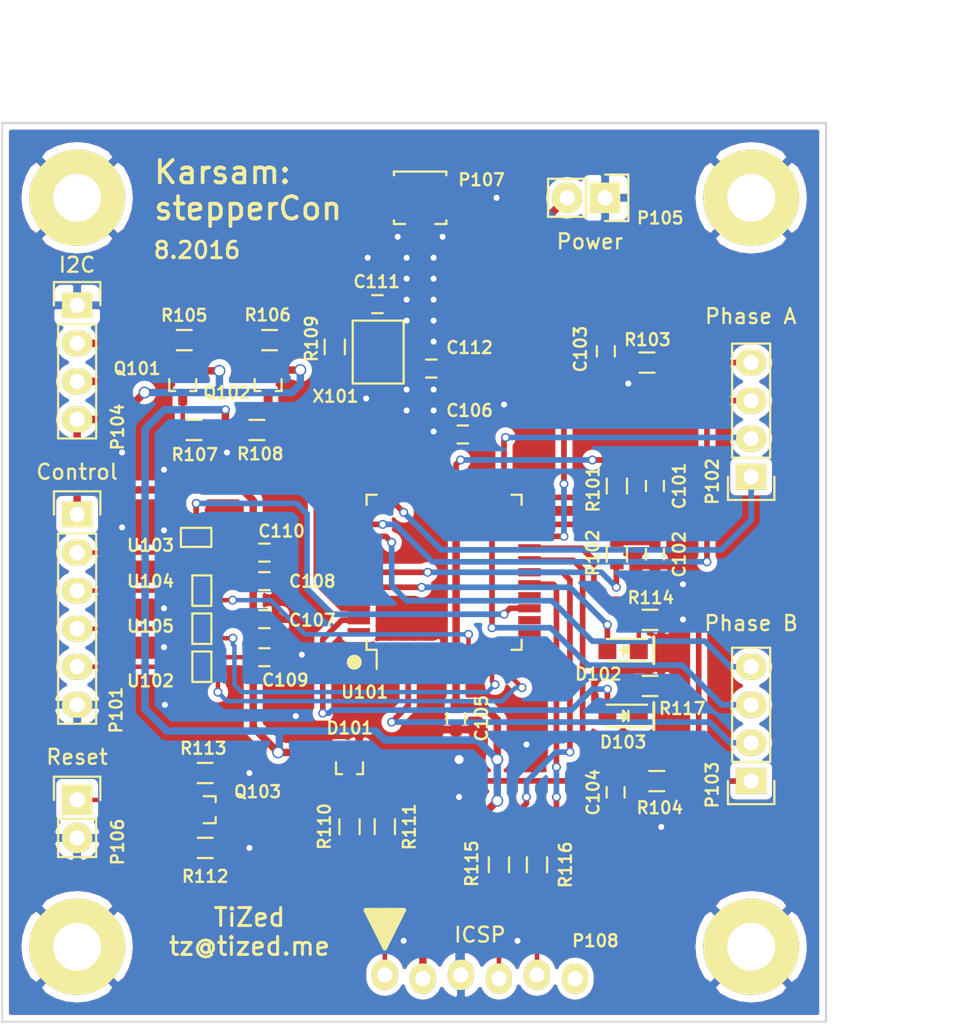
<source format=kicad_pcb>
(kicad_pcb (version 4) (host pcbnew 4.0.6-e0-6349~53~ubuntu16.04.1)
  (layers (0 F.Cu signal) (31 B.Cu signal) (34 B.Paste user) (35 F.Paste user) (36 B.SilkS user) (37 F.SilkS user) (38 B.Mask user) (39 F.Mask user) (44 Edge.Cuts user))
  (net 0 "")
  (net 1 Ref_A)
  (net 2 GND)
  (net 3 Ref_B)
  (net 4 Current_A)
  (net 5 Current_B)
  (net 6 VDD)
  (net 7 VCC)
  (net 8 "Net-(C111-Pad1)")
  (net 9 "Net-(C112-Pad1)")
  (net 10 /MCLR_Vpp)
  (net 11 /Blue_LED)
  (net 12 "Net-(D102-Pad1)")
  (net 13 /Red_LED)
  (net 14 "Net-(D103-Pad1)")
  (net 15 STEP)
  (net 16 DIR)
  (net 17 ENABLE)
  (net 18 Fault)
  (net 19 Sense_A)
  (net 20 In_A1)
  (net 21 En_A)
  (net 22 In_A2)
  (net 23 In_B1)
  (net 24 En_B)
  (net 25 In_B2)
  (net 26 Sense_B)
  (net 27 SDA)
  (net 28 SCL)
  (net 29 Reset)
  (net 30 /Vpp_Prog)
  (net 31 "Net-(P108-Pad4)")
  (net 32 "Net-(P108-Pad5)")
  (net 33 "Net-(P108-Pad6)")
  (net 34 I2C_DATA)
  (net 35 I2C_CLK)
  (net 36 "Net-(Q103-Pad2)")
  (net 37 PWM_A)
  (net 38 PWM_B)
  (net 39 "Net-(R109-Pad2)")
  (net 40 /PGD)
  (net 41 /PGC)
  (net 42 "Net-(U101-Pad1)")
  (net 43 "Net-(U101-Pad2)")
  (net 44 "Net-(U101-Pad4)")
  (net 45 "Net-(U101-Pad5)")
  (net 46 STEP_B)
  (net 47 "Net-(U101-Pad9)")
  (net 48 DIR_B)
  (net 49 ENABLE_B)
  (net 50 "Net-(U101-Pad12)")
  (net 51 "Net-(U101-Pad13)")
  (net 52 Err_Out_B)
  (net 53 "Net-(U101-Pad15)")
  (net 54 "Net-(U101-Pad25)")
  (net 55 "Net-(U101-Pad26)")
  (net 56 "Net-(U101-Pad33)")
  (net 57 "Net-(U101-Pad34)")
  (net 58 "Net-(U101-Pad38)")
  (net 59 "Net-(U101-Pad41)")
  (net 60 "Net-(U101-Pad44)")
  (net 61 "Net-(U102-Pad1)")
  (net 62 "Net-(U103-Pad1)")
  (net 63 "Net-(U104-Pad1)")
  (net 64 "Net-(U105-Pad1)")
  (module TO_SOT_Packages_SMD:SOT-323 (layer F.Cu) (at 208.185 67.97504)
    (fp_text reference D101 (at 0.015 -2.57504) (layer F.SilkS) (effects (font (size 0.8 0.8) (thickness 0.16))))
    (fp_text value BAV99W hide)
    (pad 2 smd rect (at -0.65024 -0.94996) (size 0.59944 1.00076) (layers F.Cu F.Paste F.Mask) (net 6 VDD))
    (pad 1 smd rect (at 0.65024 -0.94996) (size 0.59944 1.00076) (layers F.Cu F.Paste F.Mask) (net 2 GND))
    (pad 3 smd rect (at 0 0.94996) (size 0.59944 1.00076) (layers F.Cu F.Paste F.Mask) (net 10 /MCLR_Vpp))
  )
  (module TO_SOT_Packages_SMD:SOT-323 (layer F.Cu) (at 198.74996 70.84976 90)
    (fp_text reference Q103 (at 1.19976 3.30004 180) (layer F.SilkS) (effects (font (size 0.8 0.8) (thickness 0.16))))
    (fp_text value BSS138 hide)
    (pad 2 smd rect (at -0.65024 -0.94996 90) (size 0.59944 1.00076) (layers F.Cu F.Paste F.Mask) (net 36 "Net-(Q103-Pad2)"))
    (pad 1 smd rect (at 0.65024 -0.94996 90) (size 0.59944 1.00076) (layers F.Cu F.Paste F.Mask) (net 29 Reset))
    (pad 3 smd rect (at 0 0.94996 90) (size 0.59944 1.00076) (layers F.Cu F.Paste F.Mask) (net 30 /Vpp_Prog))
  )
  (module TO_SOT_Packages_SMD:SOT-323 (layer F.Cu) (at 197.05024 42.40004)
    (fp_text reference Q101 (at -3.05024 -1.00004) (layer F.SilkS) (effects (font (size 0.8 0.8) (thickness 0.16))))
    (fp_text value BSS138 hide)
    (pad 2 smd rect (at -0.65024 -0.94996) (size 0.59944 1.00076) (layers F.Cu F.Paste F.Mask) (net 27 SDA))
    (pad 1 smd rect (at 0.65024 -0.94996) (size 0.59944 1.00076) (layers F.Cu F.Paste F.Mask) (net 7 VCC))
    (pad 3 smd rect (at 0 0.94996) (size 0.59944 1.00076) (layers F.Cu F.Paste F.Mask) (net 34 I2C_DATA))
  )
  (module TO_SOT_Packages_SMD:SOT-323 (layer F.Cu) (at 202.75024 42.40004)
    (fp_text reference Q102 (at -2.75024 0.59996 180) (layer F.SilkS) (effects (font (size 0.8 0.8) (thickness 0.16))))
    (fp_text value BSS138 hide)
    (pad 2 smd rect (at -0.65024 -0.94996) (size 0.59944 1.00076) (layers F.Cu F.Paste F.Mask) (net 28 SCL))
    (pad 1 smd rect (at 0.65024 -0.94996) (size 0.59944 1.00076) (layers F.Cu F.Paste F.Mask) (net 7 VCC))
    (pad 3 smd rect (at 0 0.94996) (size 0.59944 1.00076) (layers F.Cu F.Paste F.Mask) (net 35 I2C_CLK))
  )
  (module Crystals:crystal_FA238-TSX3225 (layer F.Cu) (at 210.1 40.3 270)
    (fp_text reference X101 (at 2.95 2.85 360) (layer F.SilkS) (effects (font (size 0.8 0.8) (thickness 0.16))))
    (fp_text value CRYSTAL_SMD hide)
    (pad 1 smd rect (at -1.1 0.8 270) (size 1.4 1.2) (layers F.Cu F.Paste F.Mask) (net 8 "Net-(C111-Pad1)"))
    (pad 3 smd rect (at 1.1 0.8 270) (size 1.4 1.2) (layers F.Cu F.Paste F.Mask) (net 2 GND))
    (pad 3 smd rect (at -1.1 -0.8 270) (size 1.4 1.2) (layers F.Cu F.Paste F.Mask) (net 2 GND))
    (pad 2 smd rect (at 1.1 -0.8 270) (size 1.4 1.2) (layers F.Cu F.Paste F.Mask) (net 9 "Net-(C112-Pad1)"))
  )
  (module Capacitors_SMD:C_0603 (layer F.Cu) (at 228.576 49.24 90)
    (fp_text reference C101 (at 0 1.624 90) (layer F.SilkS) (effects (font (size 0.8 0.8) (thickness 0.16))))
    (fp_text value 100nF hide)
    (pad 1 smd rect (at -0.75 0 90) (size 0.8 0.75) (layers F.Cu F.Paste F.Mask) (net 1 Ref_A))
    (pad 2 smd rect (at 0.75 0 90) (size 0.8 0.75) (layers F.Cu F.Paste F.Mask) (net 2 GND))
  )
  (module Capacitors_SMD:C_0603 (layer F.Cu) (at 228.576 53.8 270)
    (fp_text reference C102 (at 0 -1.624 270) (layer F.SilkS) (effects (font (size 0.8 0.8) (thickness 0.16))))
    (fp_text value 100nF hide)
    (pad 1 smd rect (at -0.75 0 270) (size 0.8 0.75) (layers F.Cu F.Paste F.Mask) (net 3 Ref_B))
    (pad 2 smd rect (at 0.75 0 270) (size 0.8 0.75) (layers F.Cu F.Paste F.Mask) (net 2 GND))
  )
  (module Capacitors_SMD:C_0603 (layer F.Cu) (at 225.3 40.25 90)
    (fp_text reference C103 (at 0.15 -1.7 90) (layer F.SilkS) (effects (font (size 0.8 0.8) (thickness 0.16))))
    (fp_text value 100nF hide)
    (pad 1 smd rect (at -0.75 0 90) (size 0.8 0.75) (layers F.Cu F.Paste F.Mask) (net 4 Current_A))
    (pad 2 smd rect (at 0.75 0 90) (size 0.8 0.75) (layers F.Cu F.Paste F.Mask) (net 2 GND))
  )
  (module Capacitors_SMD:C_0603 (layer F.Cu) (at 225.9505 69.688 270)
    (fp_text reference C104 (at 0 1.5 270) (layer F.SilkS) (effects (font (size 0.8 0.8) (thickness 0.16))))
    (fp_text value 100nF hide)
    (pad 1 smd rect (at -0.75 0 270) (size 0.8 0.75) (layers F.Cu F.Paste F.Mask) (net 5 Current_B))
    (pad 2 smd rect (at 0.75 0 270) (size 0.8 0.75) (layers F.Cu F.Paste F.Mask) (net 2 GND))
  )
  (module Capacitors_SMD:C_0603 (layer F.Cu) (at 215.3 64.75 270)
    (fp_text reference C105 (at 0 -1.7 270) (layer F.SilkS) (effects (font (size 0.8 0.8) (thickness 0.16))))
    (fp_text value 100nF hide)
    (pad 1 smd rect (at -0.75 0 270) (size 0.8 0.75) (layers F.Cu F.Paste F.Mask) (net 6 VDD))
    (pad 2 smd rect (at 0.75 0 270) (size 0.8 0.75) (layers F.Cu F.Paste F.Mask) (net 2 GND))
  )
  (module Capacitors_SMD:C_0603 (layer F.Cu) (at 215.75 45.8)
    (fp_text reference C106 (at 0.45 -1.6) (layer F.SilkS) (effects (font (size 0.8 0.8) (thickness 0.16))))
    (fp_text value 100nF hide)
    (pad 1 smd rect (at -0.75 0) (size 0.8 0.75) (layers F.Cu F.Paste F.Mask) (net 6 VDD))
    (pad 2 smd rect (at 0.75 0) (size 0.8 0.75) (layers F.Cu F.Paste F.Mask) (net 2 GND))
  )
  (module Capacitors_SMD:C_0603 (layer F.Cu) (at 202.505 58.13)
    (fp_text reference C107 (at 3.195 0.07) (layer F.SilkS) (effects (font (size 0.8 0.8) (thickness 0.16))))
    (fp_text value 10nF hide)
    (pad 1 smd rect (at -0.75 0) (size 0.8 0.75) (layers F.Cu F.Paste F.Mask) (net 6 VDD))
    (pad 2 smd rect (at 0.75 0) (size 0.8 0.75) (layers F.Cu F.Paste F.Mask) (net 2 GND))
  )
  (module Capacitors_SMD:C_0603 (layer F.Cu) (at 202.505 55.59)
    (fp_text reference C108 (at 3.195 0.01) (layer F.SilkS) (effects (font (size 0.8 0.8) (thickness 0.16))))
    (fp_text value 10nF hide)
    (pad 1 smd rect (at -0.75 0) (size 0.8 0.75) (layers F.Cu F.Paste F.Mask) (net 6 VDD))
    (pad 2 smd rect (at 0.75 0) (size 0.8 0.75) (layers F.Cu F.Paste F.Mask) (net 2 GND))
  )
  (module Capacitors_SMD:C_0603 (layer F.Cu) (at 202.505 60.67)
    (fp_text reference C109 (at 1.395 1.53) (layer F.SilkS) (effects (font (size 0.8 0.8) (thickness 0.16))))
    (fp_text value 10nF hide)
    (pad 1 smd rect (at -0.75 0) (size 0.8 0.75) (layers F.Cu F.Paste F.Mask) (net 6 VDD))
    (pad 2 smd rect (at 0.75 0) (size 0.8 0.75) (layers F.Cu F.Paste F.Mask) (net 2 GND))
  )
  (module Capacitors_SMD:C_0603 (layer F.Cu) (at 202.505 53.685)
    (fp_text reference C110 (at 1.145 -1.435) (layer F.SilkS) (effects (font (size 0.8 0.8) (thickness 0.16))))
    (fp_text value 10nF hide)
    (pad 1 smd rect (at -0.75 0) (size 0.8 0.75) (layers F.Cu F.Paste F.Mask) (net 7 VCC))
    (pad 2 smd rect (at 0.75 0) (size 0.8 0.75) (layers F.Cu F.Paste F.Mask) (net 2 GND))
  )
  (module Capacitors_SMD:C_0603 (layer F.Cu) (at 210.05 37.1)
    (fp_text reference C111 (at -0.05 -1.5) (layer F.SilkS) (effects (font (size 0.8 0.8) (thickness 0.16))))
    (fp_text value 30pF hide)
    (pad 1 smd rect (at -0.75 0) (size 0.8 0.75) (layers F.Cu F.Paste F.Mask) (net 8 "Net-(C111-Pad1)"))
    (pad 2 smd rect (at 0.75 0) (size 0.8 0.75) (layers F.Cu F.Paste F.Mask) (net 2 GND))
  )
  (module Capacitors_SMD:C_0603 (layer F.Cu) (at 213.65 41.4)
    (fp_text reference C112 (at 2.55 -1.4) (layer F.SilkS) (effects (font (size 0.8 0.8) (thickness 0.16))))
    (fp_text value 30pF hide)
    (pad 1 smd rect (at -0.75 0) (size 0.8 0.75) (layers F.Cu F.Paste F.Mask) (net 9 "Net-(C112-Pad1)"))
    (pad 2 smd rect (at 0.75 0) (size 0.8 0.75) (layers F.Cu F.Paste F.Mask) (net 2 GND))
  )
  (module LEDs:LED_0805 (layer F.Cu) (at 226.45098 60.198 180)
    (fp_text reference D102 (at 1.65098 -1.602 180) (layer F.SilkS) (effects (font (size 0.8 0.8) (thickness 0.16))))
    (fp_text value Led_Blue hide)
    (pad 2 smd rect (at 1.04902 0) (size 1.19888 1.19888) (layers F.Cu F.Paste F.Mask) (net 11 /Blue_LED))
    (pad 1 smd rect (at -1.04902 0) (size 1.19888 1.19888) (layers F.Cu F.Paste F.Mask) (net 12 "Net-(D102-Pad1)"))
  )
  (module LEDs:LED_0805 (layer F.Cu) (at 226.45098 64.588 180)
    (fp_text reference D103 (at 0 -1.75 180) (layer F.SilkS) (effects (font (size 0.8 0.8) (thickness 0.16))))
    (fp_text value Led_Red hide)
    (pad 2 smd rect (at 1.04902 0) (size 1.19888 1.19888) (layers F.Cu F.Paste F.Mask) (net 13 /Red_LED))
    (pad 1 smd rect (at -1.04902 0) (size 1.19888 1.19888) (layers F.Cu F.Paste F.Mask) (net 14 "Net-(D103-Pad1)"))
  )
  (module Mounting_Holes:MountingHole_3.2mm_M3_Pad (layer F.Cu) (at 235 80)
    (fp_text reference J101 hide)
    (fp_text value Mount_hole hide)
    (pad 1 thru_hole circle (at 0 0) (size 6.4 6.4) (drill 3.2) (layers *.Cu *.Mask F.SilkS) (net 2 GND))
  )
  (module Mounting_Holes:MountingHole_3.2mm_M3_Pad (layer F.Cu) (at 190 80)
    (fp_text reference J102 hide)
    (fp_text value Mount_hole hide)
    (pad 1 thru_hole circle (at 0 0) (size 6.4 6.4) (drill 3.2) (layers *.Cu *.Mask F.SilkS) (net 2 GND))
  )
  (module Mounting_Holes:MountingHole_3.2mm_M3_Pad (layer F.Cu) (at 190 30)
    (fp_text reference J103 hide)
    (fp_text value Mount_hole hide)
    (pad 1 thru_hole circle (at 0 0) (size 6.4 6.4) (drill 3.2) (layers *.Cu *.Mask F.SilkS) (net 2 GND))
  )
  (module Mounting_Holes:MountingHole_3.2mm_M3_Pad (layer F.Cu) (at 235 30)
    (fp_text reference J104 hide)
    (fp_text value Mount_hole hide)
    (pad 1 thru_hole circle (at 0 0) (size 6.4 6.4) (drill 3.2) (layers *.Cu *.Mask F.SilkS) (net 2 GND))
  )
  (module KiCad_Libs:UFL (layer F.Cu) (at 212.9 30)
    (fp_text reference P107 (at 4.1 -1.2) (layer F.SilkS) (effects (font (size 0.8 0.8) (thickness 0.16))))
    (fp_text value CONN_U.FL hide)
    (pad 1 smd rect (at 0 1.525) (size 1 1.05) (layers F.Cu F.Paste F.Mask) (net 9 "Net-(C112-Pad1)"))
    (pad 2 smd rect (at -1.475 0) (size 1.05 2.2) (layers F.Cu F.Paste F.Mask) (net 2 GND))
    (pad 3 smd rect (at 1.475 0) (size 1.05 2.2) (layers F.Cu F.Paste F.Mask) (net 2 GND))
  )
  (module Housings_QFP:TQFP-44_10x10mm_Pitch0.8mm (layer F.Cu) (at 214.5 55 90)
    (fp_text reference U101 (at -8 -5.3 180) (layer F.SilkS) (effects (font (size 0.8 0.8) (thickness 0.16))))
    (fp_text value "PIC18(L)F4xK22-I/PT" hide)
    (pad 1 smd rect (at -5.7 -4 90) (size 1.5 0.55) (layers F.Cu F.Paste F.Mask) (net 42 "Net-(U101-Pad1)"))
    (pad 2 smd rect (at -5.7 -3.2 90) (size 1.5 0.55) (layers F.Cu F.Paste F.Mask) (net 43 "Net-(U101-Pad2)"))
    (pad 3 smd rect (at -5.7 -2.4 90) (size 1.5 0.55) (layers F.Cu F.Paste F.Mask) (net 25 In_B2))
    (pad 4 smd rect (at -5.7 -1.6 90) (size 1.5 0.55) (layers F.Cu F.Paste F.Mask) (net 44 "Net-(U101-Pad4)"))
    (pad 5 smd rect (at -5.7 -0.8 90) (size 1.5 0.55) (layers F.Cu F.Paste F.Mask) (net 45 "Net-(U101-Pad5)"))
    (pad 6 smd rect (at -5.7 0 90) (size 1.5 0.55) (layers F.Cu F.Paste F.Mask) (net 2 GND))
    (pad 7 smd rect (at -5.7 0.8 90) (size 1.5 0.55) (layers F.Cu F.Paste F.Mask) (net 6 VDD))
    (pad 8 smd rect (at -5.7 1.6 90) (size 1.5 0.55) (layers F.Cu F.Paste F.Mask) (net 46 STEP_B))
    (pad 9 smd rect (at -5.7 2.4 90) (size 1.5 0.55) (layers F.Cu F.Paste F.Mask) (net 47 "Net-(U101-Pad9)"))
    (pad 10 smd rect (at -5.7 3.2 90) (size 1.5 0.55) (layers F.Cu F.Paste F.Mask) (net 48 DIR_B))
    (pad 11 smd rect (at -5.7 4 90) (size 1.5 0.55) (layers F.Cu F.Paste F.Mask) (net 49 ENABLE_B))
    (pad 12 smd rect (at -4 5.7 180) (size 1.5 0.55) (layers F.Cu F.Paste F.Mask) (net 50 "Net-(U101-Pad12)"))
    (pad 13 smd rect (at -3.2 5.7 180) (size 1.5 0.55) (layers F.Cu F.Paste F.Mask) (net 51 "Net-(U101-Pad13)"))
    (pad 14 smd rect (at -2.4 5.7 180) (size 1.5 0.55) (layers F.Cu F.Paste F.Mask) (net 52 Err_Out_B))
    (pad 15 smd rect (at -1.6 5.7 180) (size 1.5 0.55) (layers F.Cu F.Paste F.Mask) (net 53 "Net-(U101-Pad15)"))
    (pad 16 smd rect (at -0.8 5.7 180) (size 1.5 0.55) (layers F.Cu F.Paste F.Mask) (net 41 /PGC))
    (pad 17 smd rect (at 0 5.7 180) (size 1.5 0.55) (layers F.Cu F.Paste F.Mask) (net 40 /PGD))
    (pad 18 smd rect (at 0.8 5.7 180) (size 1.5 0.55) (layers F.Cu F.Paste F.Mask) (net 10 /MCLR_Vpp))
    (pad 19 smd rect (at 1.6 5.7 180) (size 1.5 0.55) (layers F.Cu F.Paste F.Mask) (net 5 Current_B))
    (pad 20 smd rect (at 2.4 5.7 180) (size 1.5 0.55) (layers F.Cu F.Paste F.Mask) (net 4 Current_A))
    (pad 21 smd rect (at 3.2 5.7 180) (size 1.5 0.55) (layers F.Cu F.Paste F.Mask) (net 3 Ref_B))
    (pad 22 smd rect (at 4 5.7 180) (size 1.5 0.55) (layers F.Cu F.Paste F.Mask) (net 1 Ref_A))
    (pad 23 smd rect (at 5.7 4 90) (size 1.5 0.55) (layers F.Cu F.Paste F.Mask) (net 21 En_A))
    (pad 24 smd rect (at 5.7 3.2 90) (size 1.5 0.55) (layers F.Cu F.Paste F.Mask) (net 24 En_B))
    (pad 25 smd rect (at 5.7 2.4 90) (size 1.5 0.55) (layers F.Cu F.Paste F.Mask) (net 54 "Net-(U101-Pad25)"))
    (pad 26 smd rect (at 5.7 1.6 90) (size 1.5 0.55) (layers F.Cu F.Paste F.Mask) (net 55 "Net-(U101-Pad26)"))
    (pad 27 smd rect (at 5.7 0.8 90) (size 1.5 0.55) (layers F.Cu F.Paste F.Mask) (net 37 PWM_A))
    (pad 28 smd rect (at 5.7 0 90) (size 1.5 0.55) (layers F.Cu F.Paste F.Mask) (net 6 VDD))
    (pad 29 smd rect (at 5.7 -0.8 90) (size 1.5 0.55) (layers F.Cu F.Paste F.Mask) (net 2 GND))
    (pad 30 smd rect (at 5.7 -1.6 90) (size 1.5 0.55) (layers F.Cu F.Paste F.Mask) (net 9 "Net-(C112-Pad1)"))
    (pad 31 smd rect (at 5.7 -2.4 90) (size 1.5 0.55) (layers F.Cu F.Paste F.Mask) (net 39 "Net-(R109-Pad2)"))
    (pad 32 smd rect (at 5.7 -3.2 90) (size 1.5 0.55) (layers F.Cu F.Paste F.Mask) (net 22 In_A2))
    (pad 33 smd rect (at 5.7 -4 90) (size 1.5 0.55) (layers F.Cu F.Paste F.Mask) (net 56 "Net-(U101-Pad33)"))
    (pad 34 smd rect (at 4 -5.7 180) (size 1.5 0.55) (layers F.Cu F.Paste F.Mask) (net 57 "Net-(U101-Pad34)"))
    (pad 35 smd rect (at 3.2 -5.7 180) (size 1.5 0.55) (layers F.Cu F.Paste F.Mask) (net 20 In_A1))
    (pad 36 smd rect (at 2.4 -5.7 180) (size 1.5 0.55) (layers F.Cu F.Paste F.Mask) (net 23 In_B1))
    (pad 37 smd rect (at 1.6 -5.7 180) (size 1.5 0.55) (layers F.Cu F.Paste F.Mask) (net 35 I2C_CLK))
    (pad 38 smd rect (at 0.8 -5.7 180) (size 1.5 0.55) (layers F.Cu F.Paste F.Mask) (net 58 "Net-(U101-Pad38)"))
    (pad 39 smd rect (at 0 -5.7 180) (size 1.5 0.55) (layers F.Cu F.Paste F.Mask) (net 38 PWM_B))
    (pad 40 smd rect (at -0.8 -5.7 180) (size 1.5 0.55) (layers F.Cu F.Paste F.Mask) (net 11 /Blue_LED))
    (pad 41 smd rect (at -1.6 -5.7 180) (size 1.5 0.55) (layers F.Cu F.Paste F.Mask) (net 59 "Net-(U101-Pad41)"))
    (pad 42 smd rect (at -2.4 -5.7 180) (size 1.5 0.55) (layers F.Cu F.Paste F.Mask) (net 34 I2C_DATA))
    (pad 43 smd rect (at -3.2 -5.7 180) (size 1.5 0.55) (layers F.Cu F.Paste F.Mask) (net 13 /Red_LED))
    (pad 44 smd rect (at -4 -5.7 180) (size 1.5 0.55) (layers F.Cu F.Paste F.Mask) (net 60 "Net-(U101-Pad44)"))
  )
  (module TO_SOT_Packages_SMD:SOT-353 (layer F.Cu) (at 198.326 61.305)
    (fp_text reference U102 (at -3.426 0.945) (layer F.SilkS) (effects (font (size 0.8 0.8) (thickness 0.16))))
    (fp_text value MC74VHC1GT50 hide)
    (pad 1 smd rect (at -1.016 -0.635) (size 0.508 0.3048) (layers F.Cu F.Paste F.Mask) (net 61 "Net-(U102-Pad1)"))
    (pad 3 smd rect (at -1.016 0.635) (size 0.508 0.3048) (layers F.Cu F.Paste F.Mask) (net 2 GND))
    (pad 5 smd rect (at 1.016 -0.635) (size 0.508 0.3048) (layers F.Cu F.Paste F.Mask) (net 6 VDD))
    (pad 2 smd rect (at -1.016 0) (size 0.508 0.3048) (layers F.Cu F.Paste F.Mask) (net 17 ENABLE))
    (pad 4 smd rect (at 1.016 0.635) (size 0.508 0.3048) (layers F.Cu F.Paste F.Mask) (net 49 ENABLE_B))
  )
  (module TO_SOT_Packages_SMD:SOT-353 (layer F.Cu) (at 197.945 52.669 270)
    (fp_text reference U103 (at 0.531 3.045 360) (layer F.SilkS) (effects (font (size 0.8 0.8) (thickness 0.16))))
    (fp_text value MC74VHC1GT50 hide)
    (pad 1 smd rect (at -1.016 -0.635 270) (size 0.508 0.3048) (layers F.Cu F.Paste F.Mask) (net 62 "Net-(U103-Pad1)"))
    (pad 3 smd rect (at -1.016 0.635 270) (size 0.508 0.3048) (layers F.Cu F.Paste F.Mask) (net 2 GND))
    (pad 5 smd rect (at 1.016 -0.635 270) (size 0.508 0.3048) (layers F.Cu F.Paste F.Mask) (net 7 VCC))
    (pad 2 smd rect (at -1.016 0 270) (size 0.508 0.3048) (layers F.Cu F.Paste F.Mask) (net 52 Err_Out_B))
    (pad 4 smd rect (at 1.016 0.635 270) (size 0.508 0.3048) (layers F.Cu F.Paste F.Mask) (net 18 Fault))
  )
  (module TO_SOT_Packages_SMD:SOT-353 (layer F.Cu) (at 198.326 56.225)
    (fp_text reference U104 (at -3.426 -0.625) (layer F.SilkS) (effects (font (size 0.8 0.8) (thickness 0.16))))
    (fp_text value MC74VHC1GT50 hide)
    (pad 1 smd rect (at -1.016 -0.635) (size 0.508 0.3048) (layers F.Cu F.Paste F.Mask) (net 63 "Net-(U104-Pad1)"))
    (pad 3 smd rect (at -1.016 0.635) (size 0.508 0.3048) (layers F.Cu F.Paste F.Mask) (net 2 GND))
    (pad 5 smd rect (at 1.016 -0.635) (size 0.508 0.3048) (layers F.Cu F.Paste F.Mask) (net 6 VDD))
    (pad 2 smd rect (at -1.016 0) (size 0.508 0.3048) (layers F.Cu F.Paste F.Mask) (net 15 STEP))
    (pad 4 smd rect (at 1.016 0.635) (size 0.508 0.3048) (layers F.Cu F.Paste F.Mask) (net 46 STEP_B))
  )
  (module TO_SOT_Packages_SMD:SOT-353 (layer F.Cu) (at 198.326 58.765)
    (fp_text reference U105 (at -3.426 -0.165) (layer F.SilkS) (effects (font (size 0.8 0.8) (thickness 0.16))))
    (fp_text value MC74VHC1GT50 hide)
    (pad 1 smd rect (at -1.016 -0.635) (size 0.508 0.3048) (layers F.Cu F.Paste F.Mask) (net 64 "Net-(U105-Pad1)"))
    (pad 3 smd rect (at -1.016 0.635) (size 0.508 0.3048) (layers F.Cu F.Paste F.Mask) (net 2 GND))
    (pad 5 smd rect (at 1.016 -0.635) (size 0.508 0.3048) (layers F.Cu F.Paste F.Mask) (net 6 VDD))
    (pad 2 smd rect (at -1.016 0) (size 0.508 0.3048) (layers F.Cu F.Paste F.Mask) (net 16 DIR))
    (pad 4 smd rect (at 1.016 0.635) (size 0.508 0.3048) (layers F.Cu F.Paste F.Mask) (net 48 DIR_B))
  )
  (module KiCad_Libs:ICSP (layer F.Cu) (at 216.892 82)
    (fp_text reference P108 (at 7.708 -2.4) (layer F.SilkS) (effects (font (size 0.8 0.8) (thickness 0.16))))
    (fp_text value ICSP (at 0 -2.8) (layer F.SilkS) (effects (font (thickness 0.16))))
    (pad 1 thru_hole oval (at -6.35 -0.127) (size 1.7272 2.032) (drill 1.016) (layers *.Cu *.Mask F.SilkS) (net 30 /Vpp_Prog))
    (pad 2 thru_hole oval (at -3.81 0.127) (size 1.7272 2.032) (drill 1.016) (layers *.Cu *.Mask F.SilkS) (net 6 VDD))
    (pad 3 thru_hole oval (at -1.27 -0.127) (size 1.7272 2.032) (drill 1.016) (layers *.Cu *.Mask F.SilkS) (net 2 GND))
    (pad 4 thru_hole oval (at 1.27 0.127) (size 1.7272 2.032) (drill 1.016) (layers *.Cu *.Mask F.SilkS) (net 31 "Net-(P108-Pad4)"))
    (pad 5 thru_hole oval (at 3.81 -0.127) (size 1.7272 2.032) (drill 1.016) (layers *.Cu *.Mask F.SilkS) (net 32 "Net-(P108-Pad5)"))
    (pad 6 thru_hole oval (at 6.35 0.127) (size 1.7272 2.032) (drill 1.016) (layers *.Cu *.Mask F.SilkS) (net 33 "Net-(P108-Pad6)"))
  )
  (module Socket_Strips:Socket_Strip_Straight_1x06 (layer F.Cu) (at 190 51.145 270)
    (fp_text reference P101 (at 13.055 -2.6 270) (layer F.SilkS) (effects (font (size 0.8 0.8) (thickness 0.16))))
    (fp_text value Control (at -2.845 0.01 360) (layer F.SilkS) (effects (font (thickness 0.16))))
    (pad 1 thru_hole rect (at 0 0 270) (size 1.7272 2.032) (drill 1.016) (layers *.Cu *.Mask F.SilkS) (net 7 VCC))
    (pad 2 thru_hole oval (at 2.54 0 270) (size 1.7272 2.032) (drill 1.016) (layers *.Cu *.Mask F.SilkS) (net 18 Fault))
    (pad 3 thru_hole oval (at 5.08 0 270) (size 1.7272 2.032) (drill 1.016) (layers *.Cu *.Mask F.SilkS) (net 15 STEP))
    (pad 4 thru_hole oval (at 7.62 0 270) (size 1.7272 2.032) (drill 1.016) (layers *.Cu *.Mask F.SilkS) (net 16 DIR))
    (pad 5 thru_hole oval (at 10.16 0 270) (size 1.7272 2.032) (drill 1.016) (layers *.Cu *.Mask F.SilkS) (net 17 ENABLE))
    (pad 6 thru_hole oval (at 12.7 0 270) (size 1.7272 2.032) (drill 1.016) (layers *.Cu *.Mask F.SilkS) (net 2 GND))
  )
  (module Socket_Strips:Socket_Strip_Straight_1x04 (layer F.Cu) (at 235 48.62 90)
    (fp_text reference P102 (at -0.32 -2.59 90) (layer F.SilkS) (effects (font (size 0.8 0.8) (thickness 0.16))))
    (fp_text value "Phase A" (at 10.71 -0.03 180) (layer F.SilkS) (effects (font (thickness 0.16))))
    (pad 1 thru_hole rect (at 0 0 90) (size 1.7272 2.032) (drill 1.016) (layers *.Cu *.Mask F.SilkS) (net 22 In_A2))
    (pad 2 thru_hole oval (at 2.54 0 90) (size 1.7272 2.032) (drill 1.016) (layers *.Cu *.Mask F.SilkS) (net 21 En_A))
    (pad 3 thru_hole oval (at 5.08 0 90) (size 1.7272 2.032) (drill 1.016) (layers *.Cu *.Mask F.SilkS) (net 20 In_A1))
    (pad 4 thru_hole oval (at 7.62 0 90) (size 1.7272 2.032) (drill 1.016) (layers *.Cu *.Mask F.SilkS) (net 19 Sense_A))
  )
  (module Socket_Strips:Socket_Strip_Straight_1x04 (layer F.Cu) (at 235 68.925 90)
    (fp_text reference P103 (at -0.275 -2.6 90) (layer F.SilkS) (effects (font (size 0.8 0.8) (thickness 0.16))))
    (fp_text value "Phase B" (at 10.525 0 180) (layer F.SilkS) (effects (font (thickness 0.16))))
    (pad 1 thru_hole rect (at 0 0 90) (size 1.7272 2.032) (drill 1.016) (layers *.Cu *.Mask F.SilkS) (net 26 Sense_B))
    (pad 2 thru_hole oval (at 2.54 0 90) (size 1.7272 2.032) (drill 1.016) (layers *.Cu *.Mask F.SilkS) (net 25 In_B2))
    (pad 3 thru_hole oval (at 5.08 0 90) (size 1.7272 2.032) (drill 1.016) (layers *.Cu *.Mask F.SilkS) (net 24 En_B))
    (pad 4 thru_hole oval (at 7.62 0 90) (size 1.7272 2.032) (drill 1.016) (layers *.Cu *.Mask F.SilkS) (net 23 In_B1))
  )
  (module Socket_Strips:Socket_Strip_Straight_1x04 (layer F.Cu) (at 190 37.175 270)
    (fp_text reference P104 (at 8.125 -2.7 270) (layer F.SilkS) (effects (font (size 0.8 0.8) (thickness 0.16))))
    (fp_text value I2C (at -2.695 0.01 360) (layer F.SilkS) (effects (font (thickness 0.16))))
    (pad 1 thru_hole rect (at 0 0 270) (size 1.7272 2.032) (drill 1.016) (layers *.Cu *.Mask F.SilkS) (net 2 GND))
    (pad 2 thru_hole oval (at 2.54 0 270) (size 1.7272 2.032) (drill 1.016) (layers *.Cu *.Mask F.SilkS) (net 28 SCL))
    (pad 3 thru_hole oval (at 5.08 0 270) (size 1.7272 2.032) (drill 1.016) (layers *.Cu *.Mask F.SilkS) (net 27 SDA))
    (pad 4 thru_hole oval (at 7.62 0 270) (size 1.7272 2.032) (drill 1.016) (layers *.Cu *.Mask F.SilkS) (net 7 VCC))
  )
  (module Socket_Strips:Socket_Strip_Straight_1x02 (layer F.Cu) (at 225.25 30 180)
    (fp_text reference P105 (at -3.68 -1.35 180) (layer F.SilkS) (effects (font (size 0.8 0.8) (thickness 0.16))))
    (fp_text value Power (at 1.02 -2.92 180) (layer F.SilkS) (effects (font (thickness 0.16))))
    (pad 1 thru_hole rect (at 0 0 180) (size 2.032 2.032) (drill 1.016) (layers *.Cu *.Mask F.SilkS) (net 2 GND))
    (pad 2 thru_hole oval (at 2.54 0 180) (size 2.032 2.032) (drill 1.016) (layers *.Cu *.Mask F.SilkS) (net 6 VDD))
  )
  (module Socket_Strips:Socket_Strip_Straight_1x02 (layer F.Cu) (at 190 70.195 270)
    (fp_text reference P106 (at 2.805 -2.7 270) (layer F.SilkS) (effects (font (size 0.8 0.8) (thickness 0.16))))
    (fp_text value Reset (at -2.865 0.01 360) (layer F.SilkS) (effects (font (thickness 0.16))))
    (pad 1 thru_hole rect (at 0 0 270) (size 2.032 2.032) (drill 1.016) (layers *.Cu *.Mask F.SilkS) (net 29 Reset))
    (pad 2 thru_hole oval (at 2.54 0 270) (size 2.032 2.032) (drill 1.016) (layers *.Cu *.Mask F.SilkS) (net 2 GND))
  )
  (module Resistors_SMD:R_0603 (layer F.Cu) (at 226.036 49.24 90)
    (fp_text reference R101 (at -0.21 -1.586 90) (layer F.SilkS) (effects (font (size 0.8 0.8) (thickness 0.16))))
    (fp_text value 10K hide)
    (pad 1 smd rect (at -0.75 0 90) (size 0.5 0.9) (layers F.Cu F.Paste F.Mask) (net 1 Ref_A))
    (pad 2 smd rect (at 0.75 0 90) (size 0.5 0.9) (layers F.Cu F.Paste F.Mask) (net 37 PWM_A))
  )
  (module Resistors_SMD:R_0603 (layer F.Cu) (at 226.036 53.8 270)
    (fp_text reference R102 (at -0.1 1.611 270) (layer F.SilkS) (effects (font (size 0.8 0.8) (thickness 0.16))))
    (fp_text value 10K hide)
    (pad 1 smd rect (at -0.75 0 270) (size 0.5 0.9) (layers F.Cu F.Paste F.Mask) (net 3 Ref_B))
    (pad 2 smd rect (at 0.75 0 270) (size 0.5 0.9) (layers F.Cu F.Paste F.Mask) (net 38 PWM_B))
  )
  (module Resistors_SMD:R_0603 (layer F.Cu) (at 228.05 41)
    (fp_text reference R103 (at 0.025 -1.525) (layer F.SilkS) (effects (font (size 0.8 0.8) (thickness 0.16))))
    (fp_text value 10K hide)
    (pad 1 smd rect (at -0.75 0) (size 0.5 0.9) (layers F.Cu F.Paste F.Mask) (net 4 Current_A))
    (pad 2 smd rect (at 0.75 0) (size 0.5 0.9) (layers F.Cu F.Paste F.Mask) (net 19 Sense_A))
  )
  (module Resistors_SMD:R_0603 (layer F.Cu) (at 228.7005 68.938)
    (fp_text reference R104 (at 0.1995 1.787) (layer F.SilkS) (effects (font (size 0.8 0.8) (thickness 0.16))))
    (fp_text value 10K hide)
    (pad 1 smd rect (at -0.75 0) (size 0.5 0.9) (layers F.Cu F.Paste F.Mask) (net 5 Current_B))
    (pad 2 smd rect (at 0.75 0) (size 0.5 0.9) (layers F.Cu F.Paste F.Mask) (net 26 Sense_B))
  )
  (module Resistors_SMD:R_0603 (layer F.Cu) (at 197.15 39.5)
    (fp_text reference R105 (at 0 -1.65) (layer F.SilkS) (effects (font (size 0.8 0.8) (thickness 0.16))))
    (fp_text value 10K hide)
    (pad 1 smd rect (at -0.75 0) (size 0.5 0.9) (layers F.Cu F.Paste F.Mask) (net 27 SDA))
    (pad 2 smd rect (at 0.75 0) (size 0.5 0.9) (layers F.Cu F.Paste F.Mask) (net 7 VCC))
  )
  (module Resistors_SMD:R_0603 (layer F.Cu) (at 202.85 39.5)
    (fp_text reference R106 (at -0.125 -1.675) (layer F.SilkS) (effects (font (size 0.8 0.8) (thickness 0.16))))
    (fp_text value 10K hide)
    (pad 1 smd rect (at -0.75 0) (size 0.5 0.9) (layers F.Cu F.Paste F.Mask) (net 28 SCL))
    (pad 2 smd rect (at 0.75 0) (size 0.5 0.9) (layers F.Cu F.Paste F.Mask) (net 7 VCC))
  )
  (module Resistors_SMD:R_0603 (layer F.Cu) (at 197.8 45.5)
    (fp_text reference R107 (at 0.05 1.65) (layer F.SilkS) (effects (font (size 0.8 0.8) (thickness 0.16))))
    (fp_text value 10K hide)
    (pad 1 smd rect (at -0.75 0) (size 0.5 0.9) (layers F.Cu F.Paste F.Mask) (net 34 I2C_DATA))
    (pad 2 smd rect (at 0.75 0) (size 0.5 0.9) (layers F.Cu F.Paste F.Mask) (net 6 VDD))
  )
  (module Resistors_SMD:R_0603 (layer F.Cu) (at 202 45.5 180)
    (fp_text reference R108 (at -0.225 -1.6 180) (layer F.SilkS) (effects (font (size 0.8 0.8) (thickness 0.16))))
    (fp_text value 10K hide)
    (pad 1 smd rect (at -0.75 0 180) (size 0.5 0.9) (layers F.Cu F.Paste F.Mask) (net 35 I2C_CLK))
    (pad 2 smd rect (at 0.75 0 180) (size 0.5 0.9) (layers F.Cu F.Paste F.Mask) (net 6 VDD))
  )
  (module Resistors_SMD:R_0603 (layer F.Cu) (at 207.2 39.95 270)
    (fp_text reference R109 (at -0.54 1.56 270) (layer F.SilkS) (effects (font (size 0.8 0.8) (thickness 0.16))))
    (fp_text value 0 hide)
    (pad 1 smd rect (at -0.75 0 270) (size 0.5 0.9) (layers F.Cu F.Paste F.Mask) (net 8 "Net-(C111-Pad1)"))
    (pad 2 smd rect (at 0.75 0 270) (size 0.5 0.9) (layers F.Cu F.Paste F.Mask) (net 39 "Net-(R109-Pad2)"))
  )
  (module Resistors_SMD:R_0603 (layer F.Cu) (at 208.185 71.985 90)
    (fp_text reference R110 (at 0.015 -1.675 90) (layer F.SilkS) (effects (font (size 0.8 0.8) (thickness 0.16))))
    (fp_text value 50 hide)
    (pad 1 smd rect (at -0.75 0 90) (size 0.5 0.9) (layers F.Cu F.Paste F.Mask) (net 30 /Vpp_Prog))
    (pad 2 smd rect (at 0.75 0 90) (size 0.5 0.9) (layers F.Cu F.Paste F.Mask) (net 10 /MCLR_Vpp))
  )
  (module Resistors_SMD:R_0603 (layer F.Cu) (at 210.542 71.985 90)
    (fp_text reference R111 (at -0.005 1.638 90) (layer F.SilkS) (effects (font (size 0.8 0.8) (thickness 0.16))))
    (fp_text value 10K hide)
    (pad 1 smd rect (at -0.75 0 90) (size 0.5 0.9) (layers F.Cu F.Paste F.Mask) (net 30 /Vpp_Prog))
    (pad 2 smd rect (at 0.75 0 90) (size 0.5 0.9) (layers F.Cu F.Paste F.Mask) (net 6 VDD))
  )
  (module Resistors_SMD:R_0603 (layer F.Cu) (at 198.55 73.4 180)
    (fp_text reference R112 (at 0 -1.9 180) (layer F.SilkS) (effects (font (size 0.8 0.8) (thickness 0.16))))
    (fp_text value 220 hide)
    (pad 1 smd rect (at -0.75 0 180) (size 0.5 0.9) (layers F.Cu F.Paste F.Mask) (net 2 GND))
    (pad 2 smd rect (at 0.75 0 180) (size 0.5 0.9) (layers F.Cu F.Paste F.Mask) (net 36 "Net-(Q103-Pad2)"))
  )
  (module Resistors_SMD:R_0603 (layer F.Cu) (at 198.55 68.4 180)
    (fp_text reference R113 (at 0.125 1.65 180) (layer F.SilkS) (effects (font (size 0.8 0.8) (thickness 0.16))))
    (fp_text value 20K hide)
    (pad 1 smd rect (at -0.75 0 180) (size 0.5 0.9) (layers F.Cu F.Paste F.Mask) (net 2 GND))
    (pad 2 smd rect (at 0.75 0 180) (size 0.5 0.9) (layers F.Cu F.Paste F.Mask) (net 29 Reset))
  )
  (module Resistors_SMD:R_0603 (layer F.Cu) (at 228.25 58.175389)
    (fp_text reference R114 (at 0.05 -1.475389) (layer F.SilkS) (effects (font (size 0.8 0.8) (thickness 0.16))))
    (fp_text value 470 hide)
    (pad 1 smd rect (at -0.75 0) (size 0.5 0.9) (layers F.Cu F.Paste F.Mask) (net 12 "Net-(D102-Pad1)"))
    (pad 2 smd rect (at 0.75 0) (size 0.5 0.9) (layers F.Cu F.Paste F.Mask) (net 2 GND))
  )
  (module Resistors_SMD:R_0603 (layer F.Cu) (at 218.162 74.525 270)
    (fp_text reference R115 (at -0.075 1.812 270) (layer F.SilkS) (effects (font (size 0.8 0.8) (thickness 0.16))))
    (fp_text value 50 hide)
    (pad 1 smd rect (at -0.75 0 270) (size 0.5 0.9) (layers F.Cu F.Paste F.Mask) (net 40 /PGD))
    (pad 2 smd rect (at 0.75 0 270) (size 0.5 0.9) (layers F.Cu F.Paste F.Mask) (net 31 "Net-(P108-Pad4)"))
  )
  (module Resistors_SMD:R_0603 (layer F.Cu) (at 220.702 74.525 270)
    (fp_text reference R116 (at 0 -1.9 270) (layer F.SilkS) (effects (font (size 0.8 0.8) (thickness 0.16))))
    (fp_text value 50 hide)
    (pad 1 smd rect (at -0.75 0 270) (size 0.5 0.9) (layers F.Cu F.Paste F.Mask) (net 41 /PGC))
    (pad 2 smd rect (at 0.75 0 270) (size 0.5 0.9) (layers F.Cu F.Paste F.Mask) (net 32 "Net-(P108-Pad5)"))
  )
  (module Resistors_SMD:R_0603 (layer F.Cu) (at 228.25 62.588)
    (fp_text reference R117 (at 2.15 1.512) (layer F.SilkS) (effects (font (size 0.8 0.8) (thickness 0.16))))
    (fp_text value 470 hide)
    (pad 1 smd rect (at -0.75 0) (size 0.5 0.9) (layers F.Cu F.Paste F.Mask) (net 14 "Net-(D103-Pad1)"))
    (pad 2 smd rect (at 0.75 0) (size 0.5 0.9) (layers F.Cu F.Paste F.Mask) (net 2 GND))
  )
  (gr_line (start 228.5 59.3) (end 228.5 61.1) (layer F.SilkS) (width 0.2))
  (gr_line (start 228.5 63.7) (end 228.5 65.5) (layer F.SilkS) (width 0.2))
  (gr_circle (center 208.5 61) (end 208.5 61.25) (layer F.SilkS) (width 0.5))
  (gr_text 8.2016 (at 198 33.5) (layer F.SilkS) (effects (font (size 1.1 1.1) (thickness 0.2))))
  (gr_text "TiZed\ntz@tized.me" (at 201.5 79) (layer F.SilkS) (effects (font (size 1.2 1.2) (thickness 0.2))))
  (gr_text "Karsam: \nstepperCon" (at 195 29.5) (layer F.SilkS) (effects (font (size 1.5 1.5) (thickness 0.25)) (justify left)))
  (gr_line (start 185 85) (end 185 25) (layer Edge.Cuts) (width 0.15))
  (gr_line (start 240 85) (end 185 85) (layer Edge.Cuts) (width 0.15))
  (gr_line (start 240 25) (end 240 85) (layer Edge.Cuts) (width 0.15))
  (gr_line (start 185 25) (end 240 25) (layer Edge.Cuts) (width 0.15))
  (segment (start 226.036 49.99) (end 225.281 49.99) (width 0.38) (layer F.Cu) (net 1))
  (segment (start 225.281 49.99) (end 225.271 50) (width 0.38) (layer F.Cu) (net 1))
  (segment (start 225.271 50) (end 220.545 50) (width 0.38) (layer F.Cu) (net 1))
  (segment (start 220.545 50) (end 220.2 50.345) (width 0.38) (layer F.Cu) (net 1))
  (segment (start 220.2 50.345) (end 220.2 51) (width 0.38) (layer F.Cu) (net 1))
  (segment (start 226.036 49.99) (end 228.576 49.99) (width 0.3) (layer F.Cu) (net 1))
  (segment (start 226.036 49.99) (end 226.036 50.015) (width 0.3) (layer F.Cu) (net 1))
  (segment (start 231.5 76.5) (end 231.5 74.5) (width 0.3) (layer F.Cu) (net 2))
  (segment (start 231.5 74.5) (end 229 72) (width 0.3) (layer F.Cu) (net 2))
  (segment (start 225.9505 70.438) (end 227.438 70.438) (width 0.3) (layer F.Cu) (net 2))
  (segment (start 227.438 70.438) (end 229 72) (width 0.3) (layer F.Cu) (net 2))
  (segment (start 231.5 33.5) (end 228.6 33.5) (width 0.3) (layer F.Cu) (net 2))
  (segment (start 228.6 33.5) (end 226.1 33.5) (width 0.3) (layer F.Cu) (net 2))
  (segment (start 225.3 39.5) (end 225.3 38.72) (width 0.38) (layer F.Cu) (net 2))
  (segment (start 225.3 38.72) (end 228.6 35.42) (width 0.38) (layer F.Cu) (net 2))
  (segment (start 228.6 35.42) (end 228.6 33.5) (width 0.38) (layer F.Cu) (net 2))
  (segment (start 220 42.4) (end 219.9 42.4) (width 0.3) (layer B.Cu) (net 2))
  (segment (start 219.9 42.4) (end 218.5 43.8) (width 0.3) (layer B.Cu) (net 2))
  (via (at 218.5 43.8) (size 0.6) (drill 0.4) (layers F.Cu B.Cu) (net 2))
  (segment (start 204.41 62.09) (end 205 61.5) (width 0.3) (layer F.Cu) (net 2))
  (segment (start 205 61.5) (end 205 60.5) (width 0.3) (layer F.Cu) (net 2))
  (via (at 205 60.5) (size 0.6) (drill 0.4) (layers F.Cu B.Cu) (net 2))
  (segment (start 204 62.09) (end 204.6 62.69) (width 0.3) (layer F.Cu) (net 2))
  (segment (start 203.255 61.345) (end 204 62.09) (width 0.3) (layer F.Cu) (net 2))
  (segment (start 204 62.09) (end 204.41 62.09) (width 0.3) (layer F.Cu) (net 2))
  (segment (start 193 47) (end 194.65 47) (width 0.3) (layer F.Cu) (net 2))
  (segment (start 194.65 47) (end 195.8 48.15) (width 0.3) (layer F.Cu) (net 2))
  (segment (start 193 52) (end 193 47) (width 0.3) (layer B.Cu) (net 2))
  (via (at 193 47) (size 0.6) (drill 0.4) (layers F.Cu B.Cu) (net 2))
  (segment (start 195.8 52.2) (end 193.2 52.2) (width 0.3) (layer F.Cu) (net 2))
  (segment (start 193.2 52.2) (end 193 52) (width 0.3) (layer F.Cu) (net 2))
  (via (at 193 52) (size 0.6) (drill 0.4) (layers F.Cu B.Cu) (net 2))
  (segment (start 200 47) (end 208.15 47) (width 0.3) (layer B.Cu) (net 2))
  (segment (start 196.95 47) (end 200 47) (width 0.3) (layer B.Cu) (net 2))
  (via (at 200 47) (size 0.6) (drill 0.4) (layers F.Cu B.Cu) (net 2))
  (via (at 195.8 48.15) (size 0.6) (drill 0.4) (layers F.Cu B.Cu) (net 2))
  (segment (start 219 72) (end 229 72) (width 0.3) (layer B.Cu) (net 2))
  (via (at 220 66.5) (size 0.6) (drill 0.4) (layers F.Cu B.Cu) (net 2))
  (segment (start 215.5 72) (end 219 72) (width 0.3) (layer B.Cu) (net 2))
  (segment (start 219 72) (end 219 67.5) (width 0.3) (layer B.Cu) (net 2))
  (segment (start 219 67.5) (end 220 66.5) (width 0.3) (layer B.Cu) (net 2))
  (segment (start 215.5 70) (end 215.5 72) (width 0.5) (layer B.Cu) (net 2))
  (segment (start 215.5 67.5) (end 215.5 70) (width 0.5) (layer B.Cu) (net 2))
  (via (at 215.5 70) (size 0.6) (drill 0.4) (layers F.Cu B.Cu) (net 2))
  (segment (start 193.4 33.6) (end 193.4 36.4) (width 0.3) (layer F.Cu) (net 2))
  (segment (start 193.4 33.4) (end 193.4 33.6) (width 0.3) (layer F.Cu) (net 2))
  (segment (start 209.4 30.8) (end 209.4 32) (width 0.3) (layer F.Cu) (net 2))
  (segment (start 209.4 32) (end 209.4 34) (width 0.3) (layer F.Cu) (net 2))
  (segment (start 193.4 33.6) (end 207.8 33.6) (width 0.3) (layer F.Cu) (net 2))
  (segment (start 207.8 33.6) (end 209.4 32) (width 0.3) (layer F.Cu) (net 2))
  (segment (start 190 30) (end 193.4 33.4) (width 0.3) (layer F.Cu) (net 2))
  (segment (start 193.4 36.4) (end 192.625 37.175) (width 0.3) (layer F.Cu) (net 2))
  (segment (start 192.625 37.175) (end 190 37.175) (width 0.3) (layer F.Cu) (net 2))
  (segment (start 226.1 33.5) (end 225.25 32.65) (width 0.3) (layer F.Cu) (net 2))
  (segment (start 225.25 32.65) (end 225.25 30) (width 0.3) (layer F.Cu) (net 2))
  (segment (start 215.5 79.6) (end 215.5 81.751) (width 0.5) (layer B.Cu) (net 2))
  (segment (start 215.5 75.4) (end 215.5 79.6) (width 0.5) (layer B.Cu) (net 2))
  (segment (start 215.5 79.6) (end 219.4 79.6) (width 0.3) (layer B.Cu) (net 2))
  (via (at 219.4 79.6) (size 0.6) (drill 0.4) (layers F.Cu B.Cu) (net 2))
  (segment (start 211.8 75.2) (end 215.3 75.2) (width 0.3) (layer B.Cu) (net 2))
  (segment (start 201.5 75.2) (end 211.8 75.2) (width 0.3) (layer B.Cu) (net 2))
  (segment (start 211.8 75.2) (end 211.8 79.6) (width 0.3) (layer B.Cu) (net 2))
  (via (at 211.8 79.6) (size 0.6) (drill 0.4) (layers F.Cu B.Cu) (net 2))
  (segment (start 191.43684 72.735) (end 194.30184 75.6) (width 0.3) (layer B.Cu) (net 2))
  (segment (start 194.30184 75.6) (end 194.85184 76.15) (width 0.3) (layer B.Cu) (net 2))
  (segment (start 190 80) (end 194.30184 75.69816) (width 0.3) (layer B.Cu) (net 2))
  (segment (start 194.30184 75.69816) (end 194.30184 75.6) (width 0.3) (layer B.Cu) (net 2))
  (segment (start 212 42.8) (end 212 44.2) (width 0.3) (layer B.Cu) (net 2))
  (via (at 212 44.2) (size 0.6) (drill 0.4) (layers F.Cu B.Cu) (net 2))
  (segment (start 209.3 43.4) (end 211.4 43.4) (width 0.3) (layer F.Cu) (net 2))
  (segment (start 211.4 43.4) (end 212 42.8) (width 0.3) (layer F.Cu) (net 2))
  (via (at 212 42.8) (size 0.6) (drill 0.4) (layers F.Cu B.Cu) (net 2))
  (segment (start 213.8 45.6) (end 213.7 45.7) (width 0.5) (layer F.Cu) (net 2))
  (segment (start 213.8 44.2) (end 213.8 45.6) (width 0.5) (layer F.Cu) (net 2))
  (via (at 213.8 45.6) (size 0.6) (drill 0.4) (layers F.Cu B.Cu) (net 2))
  (segment (start 213.8 42.8) (end 213.8 44.2) (width 0.5) (layer B.Cu) (net 2))
  (via (at 213.8 44.2) (size 0.6) (drill 0.4) (layers F.Cu B.Cu) (net 2))
  (segment (start 214.4 41.4) (end 214.4 42.2) (width 0.5) (layer F.Cu) (net 2))
  (segment (start 214.4 42.2) (end 213.8 42.8) (width 0.5) (layer F.Cu) (net 2))
  (via (at 213.8 42.8) (size 0.6) (drill 0.4) (layers F.Cu B.Cu) (net 2))
  (segment (start 212 36.8) (end 212 38.2) (width 0.3) (layer F.Cu) (net 2))
  (via (at 212 38.2) (size 0.6) (drill 0.4) (layers F.Cu B.Cu) (net 2))
  (segment (start 212 35.4) (end 212 36.8) (width 0.3) (layer B.Cu) (net 2))
  (via (at 212 36.8) (size 0.6) (drill 0.4) (layers F.Cu B.Cu) (net 2))
  (segment (start 212 34) (end 212 35.4) (width 0.3) (layer F.Cu) (net 2))
  (via (at 212 35.4) (size 0.6) (drill 0.4) (layers F.Cu B.Cu) (net 2))
  (segment (start 211.4 32.6) (end 211.4 33.4) (width 0.3) (layer B.Cu) (net 2))
  (segment (start 211.4 33.4) (end 212 34) (width 0.3) (layer B.Cu) (net 2))
  (via (at 212 34) (size 0.6) (drill 0.4) (layers F.Cu B.Cu) (net 2))
  (segment (start 211.425 30) (end 211.425 32.575) (width 0.3) (layer F.Cu) (net 2))
  (segment (start 211.425 32.575) (end 211.4 32.6) (width 0.3) (layer F.Cu) (net 2))
  (via (at 211.4 32.6) (size 0.6) (drill 0.4) (layers F.Cu B.Cu) (net 2))
  (segment (start 213.8 39.6) (end 214.4 40.2) (width 0.3) (layer F.Cu) (net 2))
  (segment (start 214.4 40.2) (end 214.4 41.4) (width 0.3) (layer F.Cu) (net 2))
  (segment (start 213.8 38.2) (end 213.8 39.6) (width 0.3) (layer B.Cu) (net 2))
  (via (at 213.8 39.6) (size 0.6) (drill 0.4) (layers F.Cu B.Cu) (net 2))
  (segment (start 213.8 36.8) (end 213.8 38.2) (width 0.3) (layer F.Cu) (net 2))
  (via (at 213.8 38.2) (size 0.6) (drill 0.4) (layers F.Cu B.Cu) (net 2))
  (segment (start 213.8 35.4) (end 213.8 36.8) (width 0.3) (layer B.Cu) (net 2))
  (via (at 213.8 36.8) (size 0.6) (drill 0.4) (layers F.Cu B.Cu) (net 2))
  (segment (start 213.8 34) (end 213.8 35.4) (width 0.3) (layer F.Cu) (net 2))
  (via (at 213.8 35.4) (size 0.6) (drill 0.4) (layers F.Cu B.Cu) (net 2))
  (segment (start 214.4 32.6) (end 214.4 33.4) (width 0.3) (layer B.Cu) (net 2))
  (via (at 213.8 34) (size 0.6) (drill 0.4) (layers F.Cu B.Cu) (net 2))
  (segment (start 214.4 33.4) (end 213.8 34) (width 0.3) (layer B.Cu) (net 2))
  (segment (start 214.375 30) (end 214.375 32.575) (width 0.3) (layer F.Cu) (net 2))
  (segment (start 214.375 32.575) (end 214.4 32.6) (width 0.3) (layer F.Cu) (net 2))
  (via (at 214.4 32.6) (size 0.6) (drill 0.4) (layers F.Cu B.Cu) (net 2))
  (segment (start 201.5 75.2) (end 201.5 73.4) (width 0.3) (layer B.Cu) (net 2))
  (segment (start 215.3 75.2) (end 215.5 75.4) (width 0.3) (layer B.Cu) (net 2))
  (segment (start 201.5 75.35) (end 201.5 75.2) (width 0.3) (layer B.Cu) (net 2))
  (segment (start 215.5 72) (end 215.5 75.4) (width 0.5) (layer B.Cu) (net 2))
  (via (at 229 72) (size 0.6) (drill 0.4) (layers F.Cu B.Cu) (net 2))
  (segment (start 230.45 55.8) (end 230.45 55.234315) (width 0.3) (layer F.Cu) (net 2))
  (segment (start 230.45 55.234315) (end 230.05 54.834315) (width 0.3) (layer F.Cu) (net 2))
  (segment (start 230.05 54.834315) (end 230.05 54.55) (width 0.3) (layer F.Cu) (net 2))
  (segment (start 230.45 58.15) (end 230.45 55.8) (width 0.3) (layer B.Cu) (net 2))
  (via (at 230.45 55.8) (size 0.6) (drill 0.4) (layers F.Cu B.Cu) (net 2))
  (segment (start 229 58.175389) (end 230.424611 58.175389) (width 0.3) (layer F.Cu) (net 2))
  (segment (start 230.424611 58.175389) (end 230.45 58.15) (width 0.3) (layer F.Cu) (net 2))
  (via (at 230.45 58.15) (size 0.6) (drill 0.4) (layers F.Cu B.Cu) (net 2))
  (segment (start 195.8 52.2) (end 195.8 48.15) (width 0.3) (layer B.Cu) (net 2))
  (segment (start 195.8 48.15) (end 196.95 47) (width 0.3) (layer B.Cu) (net 2))
  (segment (start 208.15 47) (end 208.15 44.55) (width 0.3) (layer B.Cu) (net 2))
  (segment (start 208.15 44.55) (end 209.3 43.4) (width 0.3) (layer B.Cu) (net 2))
  (segment (start 209.3 43.4) (end 209.3 34.1) (width 0.3) (layer B.Cu) (net 2))
  (segment (start 209.3 34.1) (end 209.4 34) (width 0.3) (layer B.Cu) (net 2))
  (via (at 209.4 34) (size 0.6) (drill 0.4) (layers F.Cu B.Cu) (net 2))
  (segment (start 200.7 76.15) (end 201.5 75.35) (width 0.3) (layer B.Cu) (net 2))
  (segment (start 194.85184 76.15) (end 200.7 76.15) (width 0.3) (layer B.Cu) (net 2))
  (segment (start 190 72.735) (end 191.43684 72.735) (width 0.3) (layer B.Cu) (net 2))
  (segment (start 208.83524 67.02508) (end 213.97492 67.02508) (width 0.38) (layer F.Cu) (net 2))
  (segment (start 213.97492 67.02508) (end 214 67) (width 0.38) (layer F.Cu) (net 2))
  (segment (start 215.5 81.751) (end 215.622 81.873) (width 0.5) (layer B.Cu) (net 2))
  (segment (start 214 67) (end 214.5 67.5) (width 0.5) (layer F.Cu) (net 2))
  (segment (start 214.5 67.5) (end 215.5 67.5) (width 0.5) (layer F.Cu) (net 2))
  (via (at 215.5 67.5) (size 0.8) (drill 0.6) (layers F.Cu B.Cu) (net 2))
  (segment (start 214 65.5) (end 214 67) (width 0.5) (layer F.Cu) (net 2))
  (segment (start 213.5 65) (end 214 65.5) (width 0.5) (layer F.Cu) (net 2))
  (segment (start 214 65.5) (end 215.3 65.5) (width 0.5) (layer F.Cu) (net 2))
  (segment (start 213.5 62.95) (end 213.5 65) (width 0.5) (layer F.Cu) (net 2))
  (segment (start 214.5 60.7) (end 214.5 61.95) (width 0.5) (layer F.Cu) (net 2))
  (segment (start 214.5 61.95) (end 213.5 62.95) (width 0.5) (layer F.Cu) (net 2))
  (segment (start 195.8574 63.845) (end 196.6124 64.6) (width 0.3) (layer B.Cu) (net 2))
  (segment (start 196.6124 64.6) (end 204.6 64.6) (width 0.3) (layer B.Cu) (net 2))
  (via (at 204.6 64.6) (size 0.6) (drill 0.4) (layers F.Cu B.Cu) (net 2))
  (segment (start 201.5 73.4) (end 199.3 73.4) (width 0.3) (layer F.Cu) (net 2))
  (segment (start 201.5 68.4) (end 201.5 73.4) (width 0.3) (layer B.Cu) (net 2))
  (via (at 201.5 73.4) (size 0.6) (drill 0.4) (layers F.Cu B.Cu) (net 2))
  (via (at 201.5 68.4) (size 0.6) (drill 0.4) (layers F.Cu B.Cu) (net 2))
  (segment (start 199.3 68.4) (end 201.5 68.4) (width 0.3) (layer F.Cu) (net 2))
  (segment (start 209.3 41.4) (end 209.3 43.4) (width 0.3) (layer F.Cu) (net 2))
  (via (at 209.3 43.4) (size 0.6) (drill 0.4) (layers F.Cu B.Cu) (net 2))
  (segment (start 230.6 54) (end 230.05 54.55) (width 0.3) (layer F.Cu) (net 2))
  (segment (start 230.05 54.55) (end 228.576 54.55) (width 0.3) (layer F.Cu) (net 2))
  (segment (start 230.6 49) (end 230.6 54) (width 0.3) (layer F.Cu) (net 2))
  (segment (start 230.1 48.5) (end 230.6 49) (width 0.3) (layer F.Cu) (net 2))
  (segment (start 229.261 48.5) (end 230.1 48.5) (width 0.3) (layer F.Cu) (net 2))
  (segment (start 228.576 48.49) (end 229.251 48.49) (width 0.3) (layer F.Cu) (net 2))
  (segment (start 229.251 48.49) (end 229.261 48.5) (width 0.3) (layer F.Cu) (net 2))
  (segment (start 226.8 42.4) (end 220 42.4) (width 0.3) (layer B.Cu) (net 2))
  (segment (start 228.576 48.49) (end 228.576 44.176) (width 0.3) (layer F.Cu) (net 2))
  (segment (start 228.576 44.176) (end 226.8 42.4) (width 0.3) (layer F.Cu) (net 2))
  (via (at 226.8 42.4) (size 0.6) (drill 0.4) (layers F.Cu B.Cu) (net 2))
  (segment (start 218.5 43.8) (end 216.5 45.8) (width 0.3) (layer F.Cu) (net 2))
  (segment (start 220 33) (end 224.6 33) (width 0.3) (layer B.Cu) (net 2))
  (segment (start 219 33) (end 220 33) (width 0.3) (layer B.Cu) (net 2))
  (segment (start 220 33) (end 220 42.4) (width 0.3) (layer B.Cu) (net 2))
  (segment (start 216 30) (end 218 30) (width 0.3) (layer F.Cu) (net 2))
  (segment (start 214.375 30) (end 216 30) (width 0.3) (layer F.Cu) (net 2))
  (segment (start 218 30) (end 218 32) (width 0.3) (layer B.Cu) (net 2))
  (segment (start 218 32) (end 219 33) (width 0.3) (layer B.Cu) (net 2))
  (segment (start 224.6 33) (end 225.25 32.35) (width 0.3) (layer B.Cu) (net 2))
  (segment (start 225.25 32.35) (end 225.25 30) (width 0.3) (layer B.Cu) (net 2))
  (via (at 218 30) (size 0.6) (drill 0.4) (layers F.Cu B.Cu) (net 2))
  (segment (start 209.4 34) (end 210.8 35.4) (width 0.3) (layer F.Cu) (net 2))
  (segment (start 210.8 35.4) (end 210.8 37.1) (width 0.3) (layer F.Cu) (net 2))
  (segment (start 210.2 30) (end 209.4 30.8) (width 0.3) (layer F.Cu) (net 2))
  (segment (start 211.425 30) (end 210.2 30) (width 0.3) (layer F.Cu) (net 2))
  (segment (start 210.9 39.2) (end 210.9 37.2) (width 0.3) (layer F.Cu) (net 2))
  (segment (start 210.9 37.2) (end 210.8 37.1) (width 0.3) (layer F.Cu) (net 2))
  (segment (start 231.5 33.5) (end 235 30) (width 0.3) (layer F.Cu) (net 2))
  (segment (start 229 62.588) (end 229 58.175389) (width 0.3) (layer F.Cu) (net 2))
  (segment (start 235 80) (end 231.5 76.5) (width 0.3) (layer F.Cu) (net 2))
  (segment (start 208.450001 65.050001) (end 208.83524 65.43524) (width 0.3) (layer F.Cu) (net 2))
  (segment (start 208.83524 65.43524) (end 208.83524 67.02508) (width 0.3) (layer F.Cu) (net 2))
  (segment (start 204.6 64.6) (end 205.050001 65.050001) (width 0.3) (layer F.Cu) (net 2))
  (segment (start 205.050001 65.050001) (end 208.450001 65.050001) (width 0.3) (layer F.Cu) (net 2))
  (segment (start 204.6 62.69) (end 204.6 64.6) (width 0.3) (layer F.Cu) (net 2))
  (segment (start 203.255 60.67) (end 203.255 61.345) (width 0.3) (layer F.Cu) (net 2))
  (segment (start 195.8 52.2) (end 195.8 57.4) (width 0.3) (layer B.Cu) (net 2))
  (segment (start 197.31 51.653) (end 196.347 51.653) (width 0.3) (layer F.Cu) (net 2))
  (segment (start 196.347 51.653) (end 195.8 52.2) (width 0.3) (layer F.Cu) (net 2))
  (via (at 195.8 52.2) (size 0.6) (drill 0.4) (layers F.Cu B.Cu) (net 2))
  (segment (start 195.8 57.4) (end 195.8 60) (width 0.3) (layer B.Cu) (net 2))
  (segment (start 197.31 56.86) (end 196.34 56.86) (width 0.3) (layer F.Cu) (net 2))
  (segment (start 196.34 56.86) (end 195.8 57.4) (width 0.3) (layer F.Cu) (net 2))
  (via (at 195.8 57.4) (size 0.6) (drill 0.4) (layers F.Cu B.Cu) (net 2))
  (segment (start 195.8 60) (end 195.8 63.7876) (width 0.3) (layer B.Cu) (net 2))
  (segment (start 195.8 63.7876) (end 195.8574 63.845) (width 0.3) (layer B.Cu) (net 2))
  (via (at 195.8574 63.845) (size 0.6) (drill 0.4) (layers F.Cu B.Cu) (net 2))
  (segment (start 197.31 59.4) (end 196.4 59.4) (width 0.3) (layer F.Cu) (net 2))
  (segment (start 196.4 59.4) (end 195.8 60) (width 0.3) (layer F.Cu) (net 2))
  (via (at 195.8 60) (size 0.6) (drill 0.4) (layers F.Cu B.Cu) (net 2))
  (segment (start 199.3 68.4) (end 199.3 67.2876) (width 0.3) (layer F.Cu) (net 2))
  (segment (start 199.3 67.2876) (end 195.8574 63.845) (width 0.3) (layer F.Cu) (net 2))
  (segment (start 190 63.845) (end 195.8574 63.845) (width 0.3) (layer F.Cu) (net 2))
  (segment (start 197.31 62.3924) (end 197.31 61.94) (width 0.3) (layer F.Cu) (net 2))
  (segment (start 195.8574 63.845) (end 197.31 62.3924) (width 0.3) (layer F.Cu) (net 2))
  (segment (start 213.7 49.3) (end 213.7 50.739963) (width 0.5) (layer F.Cu) (net 2))
  (segment (start 213.7 50.739963) (end 214.5 51.539963) (width 0.5) (layer F.Cu) (net 2))
  (segment (start 214.5 51.539963) (end 214.5 59.45) (width 0.5) (layer F.Cu) (net 2))
  (segment (start 214.5 59.45) (end 214.5 60.7) (width 0.5) (layer F.Cu) (net 2))
  (segment (start 203.255 55.59) (end 203.255 53.685) (width 0.5) (layer F.Cu) (net 2))
  (segment (start 203.255 58.13) (end 203.255 55.59) (width 0.5) (layer F.Cu) (net 2))
  (segment (start 203.255 60.67) (end 203.255 58.13) (width 0.5) (layer F.Cu) (net 2))
  (segment (start 226.036 53.05) (end 226.036 52.27) (width 0.38) (layer F.Cu) (net 3))
  (segment (start 226.036 52.27) (end 225.566 51.8) (width 0.38) (layer F.Cu) (net 3))
  (segment (start 225.566 51.8) (end 221.33 51.8) (width 0.38) (layer F.Cu) (net 3))
  (segment (start 221.33 51.8) (end 220.2 51.8) (width 0.38) (layer F.Cu) (net 3))
  (segment (start 226.036 53.05) (end 228.576 53.05) (width 0.3) (layer F.Cu) (net 3))
  (segment (start 226.036 53.025) (end 226.036 53.05) (width 0.3) (layer F.Cu) (net 3))
  (segment (start 225.3 41) (end 224.545 41) (width 0.38) (layer F.Cu) (net 4))
  (segment (start 224.545 41) (end 222.5 43.045) (width 0.38) (layer F.Cu) (net 4))
  (segment (start 222.5 43.045) (end 222.5 48.675736) (width 0.38) (layer F.Cu) (net 4))
  (segment (start 222.5 48.675736) (end 222.5 49.1) (width 0.38) (layer F.Cu) (net 4))
  (segment (start 222.5 52.6) (end 222.5 49.1) (width 0.38) (layer B.Cu) (net 4))
  (via (at 222.5 49.1) (size 0.6) (drill 0.4) (layers F.Cu B.Cu) (net 4))
  (segment (start 220.2 52.6) (end 222.5 52.6) (width 0.38) (layer F.Cu) (net 4))
  (via (at 222.5 52.6) (size 0.6) (drill 0.4) (layers F.Cu B.Cu) (net 4))
  (segment (start 227.3 41) (end 225.3 41) (width 0.3) (layer F.Cu) (net 4))
  (segment (start 230.825 67.2) (end 231.5 66.525) (width 0.38) (layer F.Cu) (net 5))
  (segment (start 231.5 66.525) (end 231.5 57.4) (width 0.38) (layer F.Cu) (net 5))
  (segment (start 226.9085 67.2) (end 230.825 67.2) (width 0.38) (layer F.Cu) (net 5))
  (segment (start 225.9505 68.938) (end 225.9505 68.158) (width 0.38) (layer F.Cu) (net 5))
  (segment (start 225.9505 68.158) (end 226.9085 67.2) (width 0.38) (layer F.Cu) (net 5))
  (segment (start 231.5 57.4) (end 230.9 56.8) (width 0.38) (layer F.Cu) (net 5))
  (segment (start 230.9 56.8) (end 225.4 56.8) (width 0.38) (layer F.Cu) (net 5))
  (segment (start 225.4 56.8) (end 224.5 55.9) (width 0.38) (layer F.Cu) (net 5))
  (segment (start 224.5 55.9) (end 224.5 54.2) (width 0.38) (layer F.Cu) (net 5))
  (segment (start 224.5 54.2) (end 223.7 53.4) (width 0.38) (layer F.Cu) (net 5))
  (segment (start 223.7 53.4) (end 223.142258 53.4) (width 0.38) (layer F.Cu) (net 5))
  (segment (start 223.142258 53.4) (end 220.2 53.4) (width 0.38) (layer F.Cu) (net 5))
  (segment (start 227.9505 68.938) (end 225.9505 68.938) (width 0.3) (layer F.Cu) (net 5))
  (segment (start 203.5 65.6) (end 209.95 65.6) (width 0.5) (layer B.Cu) (net 6))
  (segment (start 196 65.6) (end 203.5 65.6) (width 0.5) (layer B.Cu) (net 6))
  (segment (start 203.5 65.6) (end 203.5 66.95016) (width 0.5) (layer B.Cu) (net 6))
  (segment (start 203.5 66.95016) (end 203.42508 67.02508) (width 0.5) (layer B.Cu) (net 6))
  (via (at 203.42508 67.02508) (size 0.8) (drill 0.6) (layers F.Cu B.Cu) (net 6))
  (segment (start 201.755 60.67) (end 201.755 65.355) (width 0.5) (layer F.Cu) (net 6))
  (segment (start 201.755 65.355) (end 203.42508 67.02508) (width 0.5) (layer F.Cu) (net 6))
  (segment (start 203.42508 67.02508) (end 207.53476 67.02508) (width 0.5) (layer F.Cu) (net 6))
  (segment (start 199.9 44.15) (end 195.82 44.15) (width 0.5) (layer B.Cu) (net 6))
  (segment (start 216.75 66.2) (end 218.05 67.5) (width 0.5) (layer B.Cu) (net 6))
  (segment (start 195.82 44.15) (end 194.54 45.43) (width 0.5) (layer B.Cu) (net 6))
  (segment (start 194.54 45.43) (end 194.54 64.14) (width 0.5) (layer B.Cu) (net 6))
  (segment (start 194.54 64.14) (end 196 65.6) (width 0.5) (layer B.Cu) (net 6))
  (segment (start 209.95 65.6) (end 210.55 66.2) (width 0.5) (layer B.Cu) (net 6))
  (segment (start 210.55 66.2) (end 216.75 66.2) (width 0.5) (layer B.Cu) (net 6))
  (segment (start 212.985 71.235) (end 217.065 71.235) (width 0.5) (layer F.Cu) (net 6))
  (segment (start 217.065 71.235) (end 218.05 70.25) (width 0.5) (layer F.Cu) (net 6))
  (segment (start 213.05 71.3) (end 212.985 71.235) (width 0.5) (layer F.Cu) (net 6))
  (via (at 218.05 70.25) (size 0.8) (drill 0.6) (layers F.Cu B.Cu) (net 6))
  (segment (start 218.05 67.5) (end 218.05 70.25) (width 0.5) (layer B.Cu) (net 6))
  (segment (start 213.082 82.127) (end 213.082 71.332) (width 0.5) (layer F.Cu) (net 6))
  (segment (start 213.082 71.332) (end 213 71.25) (width 0.5) (layer F.Cu) (net 6))
  (segment (start 215 43.825) (end 216.45 42.375) (width 0.5) (layer F.Cu) (net 6))
  (segment (start 216.45 42.375) (end 221.269 37.556) (width 0.5) (layer F.Cu) (net 6))
  (segment (start 199.9 45.5) (end 201.25 45.5) (width 0.5) (layer F.Cu) (net 6))
  (segment (start 198.55 45.5) (end 199.9 45.5) (width 0.5) (layer F.Cu) (net 6))
  (segment (start 199.9 45.5) (end 199.9 44.15) (width 0.5) (layer F.Cu) (net 6))
  (via (at 199.9 44.15) (size 0.6) (drill 0.4) (layers F.Cu B.Cu) (net 6))
  (segment (start 215 44.7) (end 215 45.8) (width 0.5) (layer F.Cu) (net 6))
  (segment (start 214.5 49.3) (end 214.5 46.3) (width 0.5) (layer F.Cu) (net 6))
  (segment (start 214.5 46.3) (end 215 45.8) (width 0.5) (layer F.Cu) (net 6))
  (segment (start 210.542 71.235) (end 212.985 71.235) (width 0.5) (layer F.Cu) (net 6))
  (segment (start 212.985 71.235) (end 213 71.25) (width 0.5) (layer F.Cu) (net 6))
  (segment (start 218.05 64.85) (end 218.05 67.5) (width 0.5) (layer F.Cu) (net 6))
  (via (at 218.05 67.5) (size 0.8) (drill 0.6) (layers F.Cu B.Cu) (net 6))
  (segment (start 217.2 64) (end 218.05 64.85) (width 0.5) (layer F.Cu) (net 6))
  (segment (start 216.175 64) (end 217.2 64) (width 0.5) (layer F.Cu) (net 6))
  (segment (start 215.3 64) (end 216.175 64) (width 0.5) (layer F.Cu) (net 6))
  (segment (start 214.5 49.3) (end 214.5 50.55) (width 0.5) (layer F.Cu) (net 6))
  (segment (start 215.3 51.35) (end 215.3 59.45) (width 0.5) (layer F.Cu) (net 6))
  (segment (start 214.5 50.55) (end 215.3 51.35) (width 0.5) (layer F.Cu) (net 6))
  (segment (start 215.3 59.45) (end 215.3 60.7) (width 0.5) (layer F.Cu) (net 6))
  (segment (start 221.269 37.556) (end 221.269 31.441) (width 0.5) (layer F.Cu) (net 6))
  (segment (start 221.269 31.441) (end 222.71 30) (width 0.5) (layer F.Cu) (net 6))
  (segment (start 215 44.7) (end 215 43.825) (width 0.5) (layer F.Cu) (net 6))
  (segment (start 201.755 58.13) (end 201.755 55.59) (width 0.5) (layer F.Cu) (net 6))
  (segment (start 201.755 60.67) (end 201.755 58.13) (width 0.5) (layer F.Cu) (net 6))
  (segment (start 201.755 60.67) (end 199.342 60.67) (width 0.3) (layer F.Cu) (net 6))
  (segment (start 201.755 58.13) (end 199.342 58.13) (width 0.3) (layer F.Cu) (net 6))
  (segment (start 201.755 55.59) (end 199.342 55.59) (width 0.3) (layer F.Cu) (net 6))
  (segment (start 215.3 60.7) (end 215.3 64) (width 0.5) (layer F.Cu) (net 6))
  (segment (start 204.9 41.5) (end 203.4504 41.5) (width 0.5) (layer F.Cu) (net 7))
  (segment (start 203.4504 41.5) (end 203.40048 41.45008) (width 0.5) (layer F.Cu) (net 7))
  (segment (start 204.35 43) (end 204.9 42.45) (width 0.5) (layer B.Cu) (net 7))
  (segment (start 204.9 42.45) (end 204.9 41.5) (width 0.5) (layer B.Cu) (net 7))
  (via (at 204.9 41.5) (size 0.8) (drill 0.6) (layers F.Cu B.Cu) (net 7))
  (segment (start 199.15 43) (end 204.35 43) (width 0.5) (layer B.Cu) (net 7))
  (segment (start 199.5 41.55) (end 197.8004 41.55) (width 0.5) (layer F.Cu) (net 7))
  (segment (start 197.8004 41.55) (end 197.70048 41.45008) (width 0.5) (layer F.Cu) (net 7))
  (segment (start 199.15 43) (end 199.5 42.65) (width 0.5) (layer B.Cu) (net 7))
  (segment (start 199.5 42.65) (end 199.5 41.55) (width 0.5) (layer B.Cu) (net 7))
  (via (at 199.5 41.55) (size 0.8) (drill 0.6) (layers F.Cu B.Cu) (net 7))
  (segment (start 194.5 43) (end 199.15 43) (width 0.5) (layer B.Cu) (net 7))
  (segment (start 190 44.795) (end 192.705 44.795) (width 0.5) (layer F.Cu) (net 7))
  (segment (start 192.705 44.795) (end 194.5 43) (width 0.5) (layer F.Cu) (net 7))
  (via (at 194.5 43) (size 0.8) (drill 0.6) (layers F.Cu B.Cu) (net 7))
  (segment (start 190 46.1586) (end 190 49.45) (width 0.5) (layer F.Cu) (net 7))
  (segment (start 190 49.45) (end 190 51.145) (width 0.5) (layer F.Cu) (net 7))
  (segment (start 201.05 49.5) (end 190.05 49.5) (width 0.5) (layer F.Cu) (net 7))
  (segment (start 190.05 49.5) (end 190 49.45) (width 0.5) (layer F.Cu) (net 7))
  (segment (start 201.755 50.205) (end 201.05 49.5) (width 0.5) (layer F.Cu) (net 7))
  (segment (start 201.755 53.685) (end 201.755 50.205) (width 0.5) (layer F.Cu) (net 7))
  (segment (start 190 44.795) (end 190 46.1586) (width 0.5) (layer F.Cu) (net 7))
  (segment (start 201.755 53.685) (end 201.055 53.685) (width 0.3) (layer F.Cu) (net 7))
  (segment (start 201.055 53.685) (end 198.58 53.685) (width 0.3) (layer F.Cu) (net 7))
  (segment (start 203.6 39.5) (end 203.6 41.25056) (width 0.3) (layer F.Cu) (net 7))
  (segment (start 203.6 41.25056) (end 203.40048 41.45008) (width 0.3) (layer F.Cu) (net 7))
  (segment (start 197.9 39.5) (end 197.9 41.25056) (width 0.3) (layer F.Cu) (net 7))
  (segment (start 197.9 41.25056) (end 197.70048 41.45008) (width 0.3) (layer F.Cu) (net 7))
  (segment (start 209.3 39.2) (end 209.3 37.1) (width 0.3) (layer F.Cu) (net 8))
  (segment (start 209.3 39.2) (end 207.2 39.2) (width 0.3) (layer F.Cu) (net 8))
  (segment (start 212.9 41.4) (end 210.9 41.4) (width 0.3) (layer F.Cu) (net 9))
  (segment (start 212.9 41.4) (end 212.9 40.645) (width 0.38) (layer F.Cu) (net 9))
  (segment (start 212.9 40.645) (end 212.9 31.525) (width 0.38) (layer F.Cu) (net 9))
  (segment (start 212.9 49.3) (end 212.9 48.17) (width 0.38) (layer F.Cu) (net 9))
  (segment (start 212.9 48.17) (end 212.9 41.4) (width 0.38) (layer F.Cu) (net 9))
  (segment (start 223.75 68.036) (end 222.861 68.925) (width 0.38) (layer F.Cu) (net 10))
  (segment (start 222.861 68.925) (end 208.185 68.925) (width 0.38) (layer F.Cu) (net 10))
  (segment (start 223.75 54.828) (end 223.75 68.036) (width 0.38) (layer F.Cu) (net 10))
  (segment (start 223.122 54.2) (end 223.75 54.828) (width 0.38) (layer F.Cu) (net 10))
  (segment (start 220.2 54.2) (end 223.122 54.2) (width 0.38) (layer F.Cu) (net 10))
  (segment (start 208.185 71.235) (end 208.185 68.925) (width 0.3) (layer F.Cu) (net 10))
  (segment (start 225.4 58.5) (end 225.4 60.19604) (width 0.38) (layer F.Cu) (net 11))
  (segment (start 225.4 60.19604) (end 225.40196 60.198) (width 0.38) (layer F.Cu) (net 11))
  (segment (start 213.424264 56) (end 222.9 56) (width 0.38) (layer B.Cu) (net 11))
  (segment (start 222.9 56) (end 225.4 58.5) (width 0.38) (layer B.Cu) (net 11))
  (via (at 225.4 58.5) (size 0.6) (drill 0.4) (layers F.Cu B.Cu) (net 11))
  (segment (start 213 56) (end 213.424264 56) (width 0.38) (layer B.Cu) (net 11))
  (segment (start 210.13 56) (end 213 56) (width 0.38) (layer F.Cu) (net 11))
  (via (at 213 56) (size 0.6) (drill 0.4) (layers F.Cu B.Cu) (net 11))
  (segment (start 208.8 55.8) (end 209.93 55.8) (width 0.38) (layer F.Cu) (net 11))
  (segment (start 209.93 55.8) (end 210.13 56) (width 0.38) (layer F.Cu) (net 11))
  (segment (start 227.5 58.175389) (end 227.5 60.198) (width 0.3) (layer F.Cu) (net 12))
  (segment (start 225.4 62.8) (end 225.4 64.58604) (width 0.38) (layer F.Cu) (net 13))
  (segment (start 225.4 64.58604) (end 225.40196 64.588) (width 0.38) (layer F.Cu) (net 13))
  (segment (start 223 64.2) (end 224.4 62.8) (width 0.38) (layer B.Cu) (net 13))
  (via (at 225.4 62.8) (size 0.6) (drill 0.4) (layers F.Cu B.Cu) (net 13))
  (segment (start 224.4 62.8) (end 225.4 62.8) (width 0.38) (layer B.Cu) (net 13))
  (segment (start 207.024264 64.2) (end 223 64.2) (width 0.38) (layer B.Cu) (net 13))
  (segment (start 206.4 64.4) (end 206.824264 64.4) (width 0.38) (layer B.Cu) (net 13))
  (segment (start 206.824264 64.4) (end 207.024264 64.2) (width 0.38) (layer B.Cu) (net 13))
  (segment (start 208.8 58.2) (end 207.67 58.2) (width 0.38) (layer F.Cu) (net 13))
  (segment (start 207.67 58.2) (end 206.4 59.47) (width 0.38) (layer F.Cu) (net 13))
  (segment (start 206.4 59.47) (end 206.4 64.4) (width 0.38) (layer F.Cu) (net 13))
  (via (at 206.4 64.4) (size 0.6) (drill 0.4) (layers F.Cu B.Cu) (net 13))
  (segment (start 227.5 62.588) (end 227.5 64.588) (width 0.3) (layer F.Cu) (net 14))
  (segment (start 190 56.225) (end 197.31 56.225) (width 0.3) (layer F.Cu) (net 15))
  (segment (start 190 58.765) (end 197.31 58.765) (width 0.3) (layer F.Cu) (net 16))
  (segment (start 190 61.305) (end 191.316 61.305) (width 0.3) (layer F.Cu) (net 17))
  (segment (start 191.316 61.305) (end 197.31 61.305) (width 0.3) (layer F.Cu) (net 17))
  (segment (start 190 53.685) (end 191.316 53.685) (width 0.3) (layer F.Cu) (net 18))
  (segment (start 191.316 53.685) (end 197.31 53.685) (width 0.3) (layer F.Cu) (net 18))
  (segment (start 235 41) (end 233.604 41) (width 0.38) (layer F.Cu) (net 19))
  (segment (start 233.604 41) (end 228.8 41) (width 0.38) (layer F.Cu) (net 19))
  (segment (start 232.05 54.3) (end 232.05 44.35) (width 0.38) (layer F.Cu) (net 20))
  (segment (start 232.86 43.54) (end 235 43.54) (width 0.38) (layer F.Cu) (net 20))
  (segment (start 232.05 44.35) (end 232.86 43.54) (width 0.38) (layer F.Cu) (net 20))
  (segment (start 211.1 51.8) (end 211.221202 51.8) (width 0.38) (layer B.Cu) (net 20))
  (segment (start 211.221202 51.8) (end 213.721202 54.3) (width 0.38) (layer B.Cu) (net 20))
  (segment (start 213.721202 54.3) (end 232.05 54.3) (width 0.38) (layer B.Cu) (net 20))
  (via (at 232.05 54.3) (size 0.6) (drill 0.4) (layers F.Cu B.Cu) (net 20))
  (segment (start 210.4 51.8) (end 211.1 51.8) (width 0.38) (layer B.Cu) (net 20))
  (segment (start 208.8 51.8) (end 210.4 51.8) (width 0.38) (layer F.Cu) (net 20))
  (via (at 210.4 51.8) (size 0.6) (drill 0.4) (layers F.Cu B.Cu) (net 20))
  (segment (start 218.6 46) (end 234.92 46) (width 0.38) (layer B.Cu) (net 21))
  (segment (start 234.92 46) (end 235 46.08) (width 0.38) (layer B.Cu) (net 21))
  (segment (start 218.5 49.3) (end 218.5 46.1) (width 0.38) (layer F.Cu) (net 21))
  (segment (start 218.5 46.1) (end 218.6 46) (width 0.38) (layer F.Cu) (net 21))
  (via (at 218.6 46) (size 0.6) (drill 0.4) (layers F.Cu B.Cu) (net 21))
  (segment (start 233 53.5) (end 235 51.5) (width 0.38) (layer B.Cu) (net 22))
  (segment (start 235 51.5) (end 235 48.62) (width 0.38) (layer B.Cu) (net 22))
  (segment (start 214.3 53.5) (end 233 53.5) (width 0.38) (layer B.Cu) (net 22))
  (segment (start 211.8 51) (end 214.3 53.5) (width 0.38) (layer B.Cu) (net 22))
  (segment (start 211.3 49.3) (end 211.3 50.5) (width 0.38) (layer F.Cu) (net 22))
  (segment (start 211.3 50.5) (end 211.8 51) (width 0.38) (layer F.Cu) (net 22))
  (via (at 211.8 51) (size 0.6) (drill 0.4) (layers F.Cu B.Cu) (net 22))
  (segment (start 211 55.9) (end 211 53) (width 0.38) (layer B.Cu) (net 23))
  (segment (start 212 56.9) (end 211 55.9) (width 0.38) (layer B.Cu) (net 23))
  (segment (start 221.7 56.9) (end 212 56.9) (width 0.38) (layer B.Cu) (net 23))
  (segment (start 224.4 59.6) (end 221.7 56.9) (width 0.38) (layer B.Cu) (net 23))
  (segment (start 231.899 59.6) (end 224.4 59.6) (width 0.38) (layer B.Cu) (net 23))
  (segment (start 235 61.305) (end 233.604 61.305) (width 0.38) (layer B.Cu) (net 23))
  (segment (start 233.604 61.305) (end 231.899 59.6) (width 0.38) (layer B.Cu) (net 23))
  (segment (start 208.8 52.6) (end 210.6 52.6) (width 0.38) (layer F.Cu) (net 23))
  (segment (start 210.6 52.6) (end 211 53) (width 0.38) (layer F.Cu) (net 23))
  (via (at 211 53) (size 0.6) (drill 0.4) (layers F.Cu B.Cu) (net 23))
  (segment (start 217.7 58.7) (end 221.6 58.7) (width 0.38) (layer B.Cu) (net 24))
  (segment (start 221.6 58.7) (end 224.1 61.2) (width 0.38) (layer B.Cu) (net 24))
  (segment (start 233.045 63.845) (end 235 63.845) (width 0.38) (layer B.Cu) (net 24))
  (segment (start 224.1 61.2) (end 230.4 61.2) (width 0.38) (layer B.Cu) (net 24))
  (segment (start 230.4 61.2) (end 233.045 63.845) (width 0.38) (layer B.Cu) (net 24))
  (segment (start 217.7 58) (end 217.7 58.7) (width 0.38) (layer F.Cu) (net 24))
  (segment (start 217.7 49.3) (end 217.7 58) (width 0.38) (layer F.Cu) (net 24))
  (via (at 217.7 58.7) (size 0.6) (drill 0.4) (layers F.Cu B.Cu) (net 24))
  (segment (start 211 65) (end 232.219 65) (width 0.38) (layer B.Cu) (net 25))
  (segment (start 232.219 65) (end 233.604 66.385) (width 0.38) (layer B.Cu) (net 25))
  (segment (start 233.604 66.385) (end 235 66.385) (width 0.38) (layer B.Cu) (net 25))
  (segment (start 212.1 60.7) (end 212.1 63.9) (width 0.38) (layer F.Cu) (net 25))
  (segment (start 212.1 63.9) (end 211 65) (width 0.38) (layer F.Cu) (net 25))
  (via (at 211 65) (size 0.6) (drill 0.4) (layers F.Cu B.Cu) (net 25))
  (segment (start 229.4505 68.938) (end 234.987 68.938) (width 0.38) (layer F.Cu) (net 26))
  (segment (start 234.987 68.938) (end 235 68.925) (width 0.38) (layer F.Cu) (net 26))
  (segment (start 192.635 42.255) (end 193.43992 41.45008) (width 0.5) (layer F.Cu) (net 27))
  (segment (start 193.43992 41.45008) (end 196.4 41.45008) (width 0.5) (layer F.Cu) (net 27))
  (segment (start 190 42.255) (end 192.635 42.255) (width 0.5) (layer F.Cu) (net 27))
  (segment (start 196.4 39.5) (end 196.4 41.45008) (width 0.3) (layer F.Cu) (net 27))
  (segment (start 200 38) (end 194.858 38) (width 0.5) (layer F.Cu) (net 28))
  (segment (start 194.858 38) (end 193.143 39.715) (width 0.5) (layer F.Cu) (net 28))
  (segment (start 200.636 38.636) (end 200 38) (width 0.5) (layer F.Cu) (net 28))
  (segment (start 200.636 39.588) (end 200.636 38.636) (width 0.5) (layer F.Cu) (net 28))
  (segment (start 200.636 39.588) (end 202.012 39.588) (width 0.5) (layer F.Cu) (net 28))
  (segment (start 202.012 39.588) (end 202.1 39.5) (width 0.5) (layer F.Cu) (net 28))
  (segment (start 190 39.715) (end 193.143 39.715) (width 0.5) (layer F.Cu) (net 28))
  (segment (start 193.143 39.715) (end 193.27 39.588) (width 0.5) (layer F.Cu) (net 28))
  (segment (start 202.1 39.5) (end 202.1 41.45008) (width 0.3) (layer F.Cu) (net 28))
  (segment (start 197.8 70.19952) (end 197.8 68.4) (width 0.3) (layer F.Cu) (net 29))
  (segment (start 190 70.195) (end 197.79548 70.195) (width 0.3) (layer F.Cu) (net 29))
  (segment (start 197.79548 70.195) (end 197.8 70.19952) (width 0.3) (layer F.Cu) (net 29))
  (segment (start 202.14976 70.84976) (end 204.035 72.735) (width 0.3) (layer F.Cu) (net 30))
  (segment (start 204.035 72.735) (end 208.185 72.735) (width 0.3) (layer F.Cu) (net 30))
  (segment (start 199.69992 70.84976) (end 202.14976 70.84976) (width 0.3) (layer F.Cu) (net 30))
  (segment (start 210.542 72.735) (end 208.185 72.735) (width 0.3) (layer F.Cu) (net 30))
  (segment (start 210.542 81.873) (end 210.542 72.735) (width 0.3) (layer F.Cu) (net 30))
  (segment (start 218.162 82.127) (end 218.162 80.811) (width 0.3) (layer F.Cu) (net 31))
  (segment (start 218.162 80.811) (end 218.162 75.275) (width 0.3) (layer F.Cu) (net 31))
  (segment (start 220.702 81.873) (end 220.702 80.557) (width 0.3) (layer F.Cu) (net 32))
  (segment (start 220.702 80.557) (end 220.702 75.275) (width 0.3) (layer F.Cu) (net 32))
  (segment (start 197.588 48.478) (end 197.05 47.94) (width 0.38) (layer F.Cu) (net 34))
  (segment (start 197.05 47.94) (end 197.05 45.5) (width 0.38) (layer F.Cu) (net 34))
  (segment (start 205.462 48.478) (end 197.588 48.478) (width 0.38) (layer F.Cu) (net 34))
  (segment (start 205.97 48.986) (end 205.462 48.478) (width 0.38) (layer F.Cu) (net 34))
  (segment (start 205.97 55.7) (end 205.97 48.986) (width 0.38) (layer F.Cu) (net 34))
  (segment (start 208.8 57.4) (end 207.67 57.4) (width 0.38) (layer F.Cu) (net 34))
  (segment (start 207.67 57.4) (end 205.97 55.7) (width 0.38) (layer F.Cu) (net 34))
  (segment (start 197.05024 43.35) (end 197.05024 45.49976) (width 0.3) (layer F.Cu) (net 34))
  (segment (start 197.05024 45.49976) (end 197.05 45.5) (width 0.3) (layer F.Cu) (net 34))
  (segment (start 206.732 47.208) (end 205.024 45.5) (width 0.38) (layer F.Cu) (net 35))
  (segment (start 205.024 45.5) (end 202.75 45.5) (width 0.38) (layer F.Cu) (net 35))
  (segment (start 206.732 52.462) (end 206.732 47.208) (width 0.38) (layer F.Cu) (net 35))
  (segment (start 208.8 53.4) (end 207.67 53.4) (width 0.38) (layer F.Cu) (net 35))
  (segment (start 207.67 53.4) (end 206.732 52.462) (width 0.38) (layer F.Cu) (net 35))
  (segment (start 202.75024 43.35) (end 202.75024 45.49976) (width 0.3) (layer F.Cu) (net 35))
  (segment (start 202.75024 45.49976) (end 202.75 45.5) (width 0.3) (layer F.Cu) (net 35))
  (segment (start 197.8 73.4) (end 197.8 71.5) (width 0.3) (layer F.Cu) (net 36))
  (segment (start 224.4 47.5) (end 225.046 47.5) (width 0.38) (layer F.Cu) (net 37))
  (segment (start 225.046 47.5) (end 226.036 48.49) (width 0.38) (layer F.Cu) (net 37))
  (segment (start 215.6 47.5) (end 224.4 47.5) (width 0.38) (layer B.Cu) (net 37))
  (via (at 224.4 47.5) (size 0.6) (drill 0.4) (layers F.Cu B.Cu) (net 37))
  (segment (start 215.3 49.3) (end 215.3 47.8) (width 0.38) (layer F.Cu) (net 37))
  (segment (start 215.3 47.8) (end 215.6 47.5) (width 0.38) (layer F.Cu) (net 37))
  (via (at 215.6 47.5) (size 0.6) (drill 0.4) (layers F.Cu B.Cu) (net 37))
  (segment (start 226 56) (end 226 54.586) (width 0.38) (layer F.Cu) (net 38))
  (segment (start 226 54.586) (end 226.036 54.55) (width 0.38) (layer F.Cu) (net 38))
  (segment (start 213.4 55) (end 225 55) (width 0.38) (layer B.Cu) (net 38))
  (segment (start 225 55) (end 226 56) (width 0.38) (layer B.Cu) (net 38))
  (via (at 226 56) (size 0.6) (drill 0.4) (layers F.Cu B.Cu) (net 38))
  (segment (start 208.8 55) (end 213.4 55) (width 0.38) (layer F.Cu) (net 38))
  (via (at 213.4 55) (size 0.6) (drill 0.4) (layers F.Cu B.Cu) (net 38))
  (segment (start 208.3 44.3) (end 207.2 43.2) (width 0.38) (layer F.Cu) (net 39))
  (segment (start 207.2 43.2) (end 207.2 40.7) (width 0.38) (layer F.Cu) (net 39))
  (segment (start 210.7 44.3) (end 208.3 44.3) (width 0.38) (layer F.Cu) (net 39))
  (segment (start 212.1 45.7) (end 210.7 44.3) (width 0.38) (layer F.Cu) (net 39))
  (segment (start 212.1 49.3) (end 212.1 45.7) (width 0.38) (layer F.Cu) (net 39))
  (segment (start 220 70.424264) (end 218.162 72.262264) (width 0.38) (layer F.Cu) (net 40))
  (segment (start 218.162 72.262264) (end 218.162 73.775) (width 0.38) (layer F.Cu) (net 40))
  (segment (start 220 70) (end 220 70.424264) (width 0.38) (layer F.Cu) (net 40))
  (segment (start 222.9 67) (end 221.978798 67) (width 0.38) (layer B.Cu) (net 40))
  (segment (start 221.978798 67) (end 220 68.978798) (width 0.38) (layer B.Cu) (net 40))
  (segment (start 220 68.978798) (end 220 70) (width 0.38) (layer B.Cu) (net 40))
  (via (at 220 70) (size 0.6) (drill 0.4) (layers F.Cu B.Cu) (net 40))
  (segment (start 222.4 55) (end 222.9 55.5) (width 0.38) (layer F.Cu) (net 40))
  (segment (start 222.9 55.5) (end 222.9 67) (width 0.38) (layer F.Cu) (net 40))
  (via (at 222.9 67) (size 0.6) (drill 0.4) (layers F.Cu B.Cu) (net 40))
  (segment (start 220.2 55) (end 222.4 55) (width 0.38) (layer F.Cu) (net 40))
  (segment (start 222 70.7) (end 220.702 71.998) (width 0.38) (layer F.Cu) (net 41))
  (segment (start 220.702 71.998) (end 220.702 73.775) (width 0.38) (layer F.Cu) (net 41))
  (segment (start 222 70) (end 222 70.7) (width 0.38) (layer F.Cu) (net 41))
  (via (at 222 70) (size 0.6) (drill 0.4) (layers F.Cu B.Cu) (net 41))
  (segment (start 222 68) (end 222 70) (width 0.38) (layer B.Cu) (net 41))
  (segment (start 221.8 55.8) (end 222 56) (width 0.38) (layer F.Cu) (net 41))
  (via (at 222 68) (size 0.6) (drill 0.4) (layers F.Cu B.Cu) (net 41))
  (segment (start 222 56) (end 222 68) (width 0.38) (layer F.Cu) (net 41))
  (segment (start 220.2 55.8) (end 221.8 55.8) (width 0.38) (layer F.Cu) (net 41))
  (segment (start 216.13 59.146) (end 216.13 60.67) (width 0.3) (layer F.Cu) (net 46))
  (segment (start 216.13 60.67) (end 216.1 60.7) (width 0.3) (layer F.Cu) (net 46))
  (segment (start 202.922 56.86) (end 205.208 59.146) (width 0.3) (layer B.Cu) (net 46))
  (segment (start 205.208 59.146) (end 216.13 59.146) (width 0.3) (layer B.Cu) (net 46))
  (via (at 216.13 59.146) (size 0.6) (drill 0.4) (layers F.Cu B.Cu) (net 46))
  (segment (start 201.398 56.86) (end 202.922 56.86) (width 0.3) (layer B.Cu) (net 46))
  (segment (start 200.382 56.86) (end 201.398 56.86) (width 0.3) (layer B.Cu) (net 46))
  (segment (start 199.342 56.86) (end 200.382 56.86) (width 0.3) (layer F.Cu) (net 46))
  (via (at 200.382 56.86) (size 0.6) (drill 0.4) (layers F.Cu B.Cu) (net 46))
  (segment (start 217.9 62.5) (end 217.7 62.3) (width 0.3) (layer F.Cu) (net 48))
  (segment (start 217.7 62.3) (end 217.7 60.7) (width 0.3) (layer F.Cu) (net 48))
  (segment (start 201 63) (end 217.4 63) (width 0.3) (layer B.Cu) (net 48))
  (segment (start 217.4 63) (end 217.9 62.5) (width 0.3) (layer B.Cu) (net 48))
  (via (at 217.9 62.5) (size 0.6) (drill 0.4) (layers F.Cu B.Cu) (net 48))
  (segment (start 200.5 62.5) (end 201 63) (width 0.3) (layer B.Cu) (net 48))
  (segment (start 200.5 59.924264) (end 200.5 62.5) (width 0.3) (layer B.Cu) (net 48))
  (segment (start 200.4 59.4) (end 200.4 59.824264) (width 0.3) (layer B.Cu) (net 48))
  (segment (start 200.4 59.824264) (end 200.5 59.924264) (width 0.3) (layer B.Cu) (net 48))
  (segment (start 199.342 59.4) (end 200.4 59.4) (width 0.3) (layer F.Cu) (net 48))
  (via (at 200.4 59.4) (size 0.6) (drill 0.4) (layers F.Cu B.Cu) (net 48))
  (segment (start 199.4 63) (end 199.4 61.998) (width 0.3) (layer F.Cu) (net 49))
  (segment (start 199.4 61.998) (end 199.342 61.94) (width 0.3) (layer F.Cu) (net 49))
  (segment (start 218.375736 63.6) (end 200 63.6) (width 0.3) (layer B.Cu) (net 49))
  (segment (start 200 63.6) (end 199.4 63) (width 0.3) (layer B.Cu) (net 49))
  (via (at 199.4 63) (size 0.6) (drill 0.4) (layers F.Cu B.Cu) (net 49))
  (segment (start 219.7 62.7) (end 219.275736 62.7) (width 0.3) (layer B.Cu) (net 49))
  (segment (start 219.275736 62.7) (end 218.375736 63.6) (width 0.3) (layer B.Cu) (net 49))
  (segment (start 218.5 60.7) (end 218.5 61.5) (width 0.3) (layer F.Cu) (net 49))
  (segment (start 218.5 61.5) (end 219.7 62.7) (width 0.3) (layer F.Cu) (net 49))
  (via (at 219.7 62.7) (size 0.6) (drill 0.4) (layers F.Cu B.Cu) (net 49))
  (segment (start 197.95 50.4) (end 197.95 51.648) (width 0.38) (layer F.Cu) (net 52))
  (segment (start 197.95 51.648) (end 197.945 51.653) (width 0.38) (layer F.Cu) (net 52))
  (segment (start 205.35 51.1) (end 204.65 50.4) (width 0.38) (layer B.Cu) (net 52))
  (segment (start 204.65 50.4) (end 197.95 50.4) (width 0.38) (layer B.Cu) (net 52))
  (via (at 197.95 50.4) (size 0.6) (drill 0.4) (layers F.Cu B.Cu) (net 52))
  (segment (start 205.35 56.1) (end 205.35 51.1) (width 0.38) (layer B.Cu) (net 52))
  (segment (start 207.05 57.8) (end 205.35 56.1) (width 0.38) (layer B.Cu) (net 52))
  (segment (start 218.5 57.8) (end 207.05 57.8) (width 0.38) (layer B.Cu) (net 52))
  (segment (start 220.2 57.4) (end 218.9 57.4) (width 0.38) (layer F.Cu) (net 52))
  (segment (start 218.9 57.4) (end 218.5 57.8) (width 0.38) (layer F.Cu) (net 52))
  (via (at 218.5 57.8) (size 0.6) (drill 0.4) (layers F.Cu B.Cu) (net 52))
  (zone (net 2) (net_name GND) (layer B.Cu) (connect_pads (clearance 0.38)) (min_thickness 0.254) (fill yes (arc_segments 32) (thermal_gap 0.508) (thermal_bridge_width 0.508))
    (polygon (pts (xy 185 25) (xy 240 25) (xy 240 85) (xy 185 85)))
  )
  (zone (net 2) (net_name GND) (layer F.Cu) (connect_pads (clearance 0.38)) (min_thickness 0.254) (fill yes (arc_segments 32) (thermal_gap 0.508) (thermal_bridge_width 0.508))
    (polygon (pts (xy 240 85) (xy 185 85) (xy 185 25) (xy 240 25) (xy 240 85)))
    (polygon (pts (xy 212 28) (xy 212 32.5) (xy 212.5 32.5) (xy 212.5 50.2) (xy 213.3 50.2) (xy 213.3 32.5) (xy 213.8 32.5) (xy 213.8 28) (xy 212 28)))
  )
)
</source>
